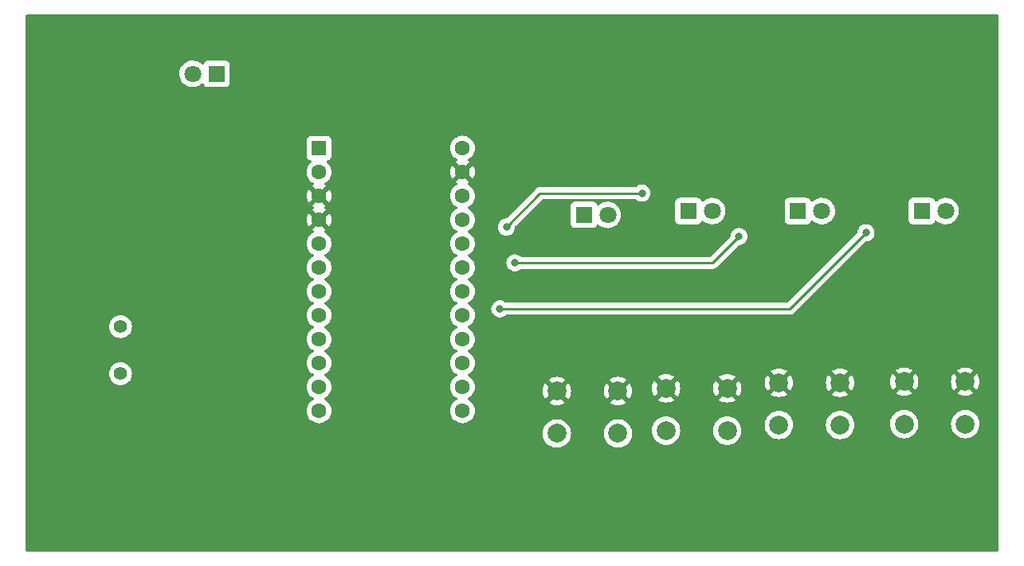
<source format=gbr>
%TF.GenerationSoftware,KiCad,Pcbnew,(6.0.1)*%
%TF.CreationDate,2023-09-06T20:42:38-07:00*%
%TF.ProjectId,Simon Says,53696d6f-6e20-4536-9179-732e6b696361,rev?*%
%TF.SameCoordinates,Original*%
%TF.FileFunction,Copper,L2,Bot*%
%TF.FilePolarity,Positive*%
%FSLAX46Y46*%
G04 Gerber Fmt 4.6, Leading zero omitted, Abs format (unit mm)*
G04 Created by KiCad (PCBNEW (6.0.1)) date 2023-09-06 20:42:38*
%MOMM*%
%LPD*%
G01*
G04 APERTURE LIST*
%TA.AperFunction,ComponentPad*%
%ADD10C,1.398000*%
%TD*%
%TA.AperFunction,ComponentPad*%
%ADD11C,2.000000*%
%TD*%
%TA.AperFunction,ComponentPad*%
%ADD12R,1.800000X1.800000*%
%TD*%
%TA.AperFunction,ComponentPad*%
%ADD13C,1.800000*%
%TD*%
%TA.AperFunction,ComponentPad*%
%ADD14R,1.600000X1.600000*%
%TD*%
%TA.AperFunction,ComponentPad*%
%ADD15C,1.600000*%
%TD*%
%TA.AperFunction,ViaPad*%
%ADD16C,0.800000*%
%TD*%
%TA.AperFunction,Conductor*%
%ADD17C,0.250000*%
%TD*%
G04 APERTURE END LIST*
D10*
%TO.P,LS1,1,1*%
%TO.N,Net-(LS1-Pad1)*%
X61800000Y-89400000D03*
%TO.P,LS1,2,2*%
%TO.N,Net-(LS1-Pad2)*%
X61800000Y-84400000D03*
%TD*%
D11*
%TO.P,SW3,1,1*%
%TO.N,GND*%
X131750000Y-90350000D03*
X138250000Y-90350000D03*
%TO.P,SW3,2,2*%
%TO.N,/SW3*%
X138250000Y-94850000D03*
X131750000Y-94850000D03*
%TD*%
D12*
%TO.P,D2,1,K*%
%TO.N,Net-(D2-Pad1)*%
X122125000Y-72100000D03*
D13*
%TO.P,D2,2,A*%
%TO.N,/SW2*%
X124665000Y-72100000D03*
%TD*%
D12*
%TO.P,D3,1,K*%
%TO.N,Net-(D3-Pad1)*%
X133760000Y-72100000D03*
D13*
%TO.P,D3,2,A*%
%TO.N,/SW3*%
X136300000Y-72100000D03*
%TD*%
D14*
%TO.P,U1,1,TX*%
%TO.N,unconnected-(U1-Pad1)*%
X82880000Y-65400000D03*
D15*
%TO.P,U1,2,RX*%
%TO.N,unconnected-(U1-Pad2)*%
X82880000Y-67940000D03*
%TO.P,U1,3,GND*%
%TO.N,GND*%
X82880000Y-70480000D03*
%TO.P,U1,4,GND*%
X82880000Y-73020000D03*
%TO.P,U1,5,SDA*%
%TO.N,unconnected-(U1-Pad5)*%
X82880000Y-75560000D03*
%TO.P,U1,6,SCL*%
%TO.N,unconnected-(U1-Pad6)*%
X82880000Y-78100000D03*
%TO.P,U1,7,D4*%
%TO.N,unconnected-(U1-Pad7)*%
X82880000Y-80640000D03*
%TO.P,U1,8,C6*%
%TO.N,unconnected-(U1-Pad8)*%
X82880000Y-83180000D03*
%TO.P,U1,9,D7*%
%TO.N,unconnected-(U1-Pad9)*%
X82880000Y-85720000D03*
%TO.P,U1,10,E6*%
%TO.N,unconnected-(U1-Pad10)*%
X82880000Y-88260000D03*
%TO.P,U1,11,B4*%
%TO.N,Net-(LS1-Pad2)*%
X82880000Y-90800000D03*
%TO.P,U1,12,B5*%
%TO.N,Net-(LS1-Pad1)*%
X82880000Y-93340000D03*
%TO.P,U1,13,B6*%
%TO.N,/SW4*%
X98120000Y-93340000D03*
%TO.P,U1,14,B2*%
%TO.N,/SW3*%
X98120000Y-90800000D03*
%TO.P,U1,15,B3*%
%TO.N,/SW2*%
X98120000Y-88260000D03*
%TO.P,U1,16,B1*%
%TO.N,/SW1*%
X98120000Y-85720000D03*
%TO.P,U1,17,F7*%
%TO.N,/Y*%
X98120000Y-83180000D03*
%TO.P,U1,18,F6*%
%TO.N,/B*%
X98120000Y-80640000D03*
%TO.P,U1,19,F5*%
%TO.N,/G*%
X98120000Y-78100000D03*
%TO.P,U1,20,F4*%
%TO.N,/R*%
X98120000Y-75560000D03*
%TO.P,U1,21,VCC*%
%TO.N,VCC*%
X98120000Y-73020000D03*
%TO.P,U1,22,RST*%
%TO.N,unconnected-(U1-Pad22)*%
X98120000Y-70480000D03*
%TO.P,U1,23,GND*%
%TO.N,GND*%
X98120000Y-67940000D03*
%TO.P,U1,24,RAW*%
%TO.N,unconnected-(U1-Pad24)*%
X98120000Y-65400000D03*
%TD*%
D12*
%TO.P,D1,1,K*%
%TO.N,Net-(D1-Pad1)*%
X111025000Y-72500000D03*
D13*
%TO.P,D1,2,A*%
%TO.N,/SW1*%
X113565000Y-72500000D03*
%TD*%
D12*
%TO.P,D5,1,K*%
%TO.N,Net-(D5-Pad1)*%
X72000000Y-57500000D03*
D13*
%TO.P,D5,2,A*%
%TO.N,VCC*%
X69460000Y-57500000D03*
%TD*%
D11*
%TO.P,SW2,1,1*%
%TO.N,GND*%
X126250000Y-90950000D03*
X119750000Y-90950000D03*
%TO.P,SW2,2,2*%
%TO.N,/SW2*%
X126250000Y-95450000D03*
X119750000Y-95450000D03*
%TD*%
D12*
%TO.P,D4,1,K*%
%TO.N,Net-(D4-Pad1)*%
X146925000Y-72100000D03*
D13*
%TO.P,D4,2,A*%
%TO.N,/SW4*%
X149465000Y-72100000D03*
%TD*%
D11*
%TO.P,SW1,1,1*%
%TO.N,GND*%
X108150000Y-91250000D03*
X114650000Y-91250000D03*
%TO.P,SW1,2,2*%
%TO.N,/SW1*%
X108150000Y-95750000D03*
X114650000Y-95750000D03*
%TD*%
%TO.P,SW4,1,1*%
%TO.N,GND*%
X145050000Y-90250000D03*
X151550000Y-90250000D03*
%TO.P,SW4,2,2*%
%TO.N,/SW4*%
X145050000Y-94750000D03*
X151550000Y-94750000D03*
%TD*%
D16*
%TO.N,/G*%
X102800000Y-73800000D03*
X117200000Y-70200000D03*
%TO.N,/B*%
X103700000Y-77600000D03*
X127500000Y-74800000D03*
%TO.N,/Y*%
X141000000Y-74400000D03*
X102100000Y-82500000D03*
%TD*%
D17*
%TO.N,/G*%
X117200000Y-70200000D02*
X106349022Y-70200000D01*
X102800000Y-73749022D02*
X102800000Y-73800000D01*
X106349022Y-70200000D02*
X102800000Y-73749022D01*
%TO.N,/B*%
X127500000Y-74800000D02*
X124700000Y-77600000D01*
X124700000Y-77600000D02*
X103700000Y-77600000D01*
%TO.N,/Y*%
X132900000Y-82500000D02*
X102100000Y-82500000D01*
X141000000Y-74400000D02*
X132900000Y-82500000D01*
%TD*%
%TA.AperFunction,Conductor*%
%TO.N,GND*%
G36*
X155034121Y-51228002D02*
G01*
X155080614Y-51281658D01*
X155092000Y-51334000D01*
X155092000Y-108166000D01*
X155071998Y-108234121D01*
X155018342Y-108280614D01*
X154966000Y-108292000D01*
X51834000Y-108292000D01*
X51765879Y-108271998D01*
X51719386Y-108218342D01*
X51708000Y-108166000D01*
X51708000Y-95750000D01*
X106636835Y-95750000D01*
X106655465Y-95986711D01*
X106656619Y-95991518D01*
X106656620Y-95991524D01*
X106681620Y-96095654D01*
X106710895Y-96217594D01*
X106712788Y-96222165D01*
X106712789Y-96222167D01*
X106740516Y-96289105D01*
X106801760Y-96436963D01*
X106804346Y-96441183D01*
X106923241Y-96635202D01*
X106923245Y-96635208D01*
X106925824Y-96639416D01*
X107080031Y-96819969D01*
X107260584Y-96974176D01*
X107264792Y-96976755D01*
X107264798Y-96976759D01*
X107458817Y-97095654D01*
X107463037Y-97098240D01*
X107467607Y-97100133D01*
X107467611Y-97100135D01*
X107677833Y-97187211D01*
X107682406Y-97189105D01*
X107762609Y-97208360D01*
X107908476Y-97243380D01*
X107908482Y-97243381D01*
X107913289Y-97244535D01*
X108150000Y-97263165D01*
X108386711Y-97244535D01*
X108391518Y-97243381D01*
X108391524Y-97243380D01*
X108537391Y-97208360D01*
X108617594Y-97189105D01*
X108622167Y-97187211D01*
X108832389Y-97100135D01*
X108832393Y-97100133D01*
X108836963Y-97098240D01*
X108841183Y-97095654D01*
X109035202Y-96976759D01*
X109035208Y-96976755D01*
X109039416Y-96974176D01*
X109219969Y-96819969D01*
X109374176Y-96639416D01*
X109376755Y-96635208D01*
X109376759Y-96635202D01*
X109495654Y-96441183D01*
X109498240Y-96436963D01*
X109559485Y-96289105D01*
X109587211Y-96222167D01*
X109587212Y-96222165D01*
X109589105Y-96217594D01*
X109618380Y-96095654D01*
X109643380Y-95991524D01*
X109643381Y-95991518D01*
X109644535Y-95986711D01*
X109663165Y-95750000D01*
X113136835Y-95750000D01*
X113155465Y-95986711D01*
X113156619Y-95991518D01*
X113156620Y-95991524D01*
X113181620Y-96095654D01*
X113210895Y-96217594D01*
X113212788Y-96222165D01*
X113212789Y-96222167D01*
X113240516Y-96289105D01*
X113301760Y-96436963D01*
X113304346Y-96441183D01*
X113423241Y-96635202D01*
X113423245Y-96635208D01*
X113425824Y-96639416D01*
X113580031Y-96819969D01*
X113760584Y-96974176D01*
X113764792Y-96976755D01*
X113764798Y-96976759D01*
X113958817Y-97095654D01*
X113963037Y-97098240D01*
X113967607Y-97100133D01*
X113967611Y-97100135D01*
X114177833Y-97187211D01*
X114182406Y-97189105D01*
X114262609Y-97208360D01*
X114408476Y-97243380D01*
X114408482Y-97243381D01*
X114413289Y-97244535D01*
X114650000Y-97263165D01*
X114886711Y-97244535D01*
X114891518Y-97243381D01*
X114891524Y-97243380D01*
X115037391Y-97208360D01*
X115117594Y-97189105D01*
X115122167Y-97187211D01*
X115332389Y-97100135D01*
X115332393Y-97100133D01*
X115336963Y-97098240D01*
X115341183Y-97095654D01*
X115535202Y-96976759D01*
X115535208Y-96976755D01*
X115539416Y-96974176D01*
X115719969Y-96819969D01*
X115874176Y-96639416D01*
X115876755Y-96635208D01*
X115876759Y-96635202D01*
X115995654Y-96441183D01*
X115998240Y-96436963D01*
X116059485Y-96289105D01*
X116087211Y-96222167D01*
X116087212Y-96222165D01*
X116089105Y-96217594D01*
X116118380Y-96095654D01*
X116143380Y-95991524D01*
X116143381Y-95991518D01*
X116144535Y-95986711D01*
X116163165Y-95750000D01*
X116144535Y-95513289D01*
X116130525Y-95454930D01*
X116129341Y-95450000D01*
X118236835Y-95450000D01*
X118255465Y-95686711D01*
X118256619Y-95691518D01*
X118256620Y-95691524D01*
X118291640Y-95837391D01*
X118310895Y-95917594D01*
X118312788Y-95922165D01*
X118312789Y-95922167D01*
X118385721Y-96098240D01*
X118401760Y-96136963D01*
X118404346Y-96141183D01*
X118523241Y-96335202D01*
X118523245Y-96335208D01*
X118525824Y-96339416D01*
X118680031Y-96519969D01*
X118860584Y-96674176D01*
X118864792Y-96676755D01*
X118864798Y-96676759D01*
X119058817Y-96795654D01*
X119063037Y-96798240D01*
X119067607Y-96800133D01*
X119067611Y-96800135D01*
X119277833Y-96887211D01*
X119282406Y-96889105D01*
X119362609Y-96908360D01*
X119508476Y-96943380D01*
X119508482Y-96943381D01*
X119513289Y-96944535D01*
X119750000Y-96963165D01*
X119986711Y-96944535D01*
X119991518Y-96943381D01*
X119991524Y-96943380D01*
X120137391Y-96908360D01*
X120217594Y-96889105D01*
X120222167Y-96887211D01*
X120432389Y-96800135D01*
X120432393Y-96800133D01*
X120436963Y-96798240D01*
X120441183Y-96795654D01*
X120635202Y-96676759D01*
X120635208Y-96676755D01*
X120639416Y-96674176D01*
X120819969Y-96519969D01*
X120974176Y-96339416D01*
X120976755Y-96335208D01*
X120976759Y-96335202D01*
X121095654Y-96141183D01*
X121098240Y-96136963D01*
X121114280Y-96098240D01*
X121187211Y-95922167D01*
X121187212Y-95922165D01*
X121189105Y-95917594D01*
X121208360Y-95837391D01*
X121243380Y-95691524D01*
X121243381Y-95691518D01*
X121244535Y-95686711D01*
X121263165Y-95450000D01*
X124736835Y-95450000D01*
X124755465Y-95686711D01*
X124756619Y-95691518D01*
X124756620Y-95691524D01*
X124791640Y-95837391D01*
X124810895Y-95917594D01*
X124812788Y-95922165D01*
X124812789Y-95922167D01*
X124885721Y-96098240D01*
X124901760Y-96136963D01*
X124904346Y-96141183D01*
X125023241Y-96335202D01*
X125023245Y-96335208D01*
X125025824Y-96339416D01*
X125180031Y-96519969D01*
X125360584Y-96674176D01*
X125364792Y-96676755D01*
X125364798Y-96676759D01*
X125558817Y-96795654D01*
X125563037Y-96798240D01*
X125567607Y-96800133D01*
X125567611Y-96800135D01*
X125777833Y-96887211D01*
X125782406Y-96889105D01*
X125862609Y-96908360D01*
X126008476Y-96943380D01*
X126008482Y-96943381D01*
X126013289Y-96944535D01*
X126250000Y-96963165D01*
X126486711Y-96944535D01*
X126491518Y-96943381D01*
X126491524Y-96943380D01*
X126637391Y-96908360D01*
X126717594Y-96889105D01*
X126722167Y-96887211D01*
X126932389Y-96800135D01*
X126932393Y-96800133D01*
X126936963Y-96798240D01*
X126941183Y-96795654D01*
X127135202Y-96676759D01*
X127135208Y-96676755D01*
X127139416Y-96674176D01*
X127319969Y-96519969D01*
X127474176Y-96339416D01*
X127476755Y-96335208D01*
X127476759Y-96335202D01*
X127595654Y-96141183D01*
X127598240Y-96136963D01*
X127614280Y-96098240D01*
X127687211Y-95922167D01*
X127687212Y-95922165D01*
X127689105Y-95917594D01*
X127708360Y-95837391D01*
X127743380Y-95691524D01*
X127743381Y-95691518D01*
X127744535Y-95686711D01*
X127763165Y-95450000D01*
X127744535Y-95213289D01*
X127689105Y-94982406D01*
X127634261Y-94850000D01*
X130236835Y-94850000D01*
X130255465Y-95086711D01*
X130310895Y-95317594D01*
X130312788Y-95322165D01*
X130312789Y-95322167D01*
X130393998Y-95518223D01*
X130401760Y-95536963D01*
X130404346Y-95541183D01*
X130523241Y-95735202D01*
X130523245Y-95735208D01*
X130525824Y-95739416D01*
X130680031Y-95919969D01*
X130860584Y-96074176D01*
X130864792Y-96076755D01*
X130864798Y-96076759D01*
X131045039Y-96187211D01*
X131063037Y-96198240D01*
X131067607Y-96200133D01*
X131067611Y-96200135D01*
X131277833Y-96287211D01*
X131282406Y-96289105D01*
X131362609Y-96308360D01*
X131508476Y-96343380D01*
X131508482Y-96343381D01*
X131513289Y-96344535D01*
X131750000Y-96363165D01*
X131986711Y-96344535D01*
X131991518Y-96343381D01*
X131991524Y-96343380D01*
X132137391Y-96308360D01*
X132217594Y-96289105D01*
X132222167Y-96287211D01*
X132432389Y-96200135D01*
X132432393Y-96200133D01*
X132436963Y-96198240D01*
X132454961Y-96187211D01*
X132635202Y-96076759D01*
X132635208Y-96076755D01*
X132639416Y-96074176D01*
X132819969Y-95919969D01*
X132974176Y-95739416D01*
X132976755Y-95735208D01*
X132976759Y-95735202D01*
X133095654Y-95541183D01*
X133098240Y-95536963D01*
X133106003Y-95518223D01*
X133187211Y-95322167D01*
X133187212Y-95322165D01*
X133189105Y-95317594D01*
X133244535Y-95086711D01*
X133263165Y-94850000D01*
X136736835Y-94850000D01*
X136755465Y-95086711D01*
X136810895Y-95317594D01*
X136812788Y-95322165D01*
X136812789Y-95322167D01*
X136893998Y-95518223D01*
X136901760Y-95536963D01*
X136904346Y-95541183D01*
X137023241Y-95735202D01*
X137023245Y-95735208D01*
X137025824Y-95739416D01*
X137180031Y-95919969D01*
X137360584Y-96074176D01*
X137364792Y-96076755D01*
X137364798Y-96076759D01*
X137545039Y-96187211D01*
X137563037Y-96198240D01*
X137567607Y-96200133D01*
X137567611Y-96200135D01*
X137777833Y-96287211D01*
X137782406Y-96289105D01*
X137862609Y-96308360D01*
X138008476Y-96343380D01*
X138008482Y-96343381D01*
X138013289Y-96344535D01*
X138250000Y-96363165D01*
X138486711Y-96344535D01*
X138491518Y-96343381D01*
X138491524Y-96343380D01*
X138637391Y-96308360D01*
X138717594Y-96289105D01*
X138722167Y-96287211D01*
X138932389Y-96200135D01*
X138932393Y-96200133D01*
X138936963Y-96198240D01*
X138954961Y-96187211D01*
X139135202Y-96076759D01*
X139135208Y-96076755D01*
X139139416Y-96074176D01*
X139319969Y-95919969D01*
X139474176Y-95739416D01*
X139476755Y-95735208D01*
X139476759Y-95735202D01*
X139595654Y-95541183D01*
X139598240Y-95536963D01*
X139606003Y-95518223D01*
X139687211Y-95322167D01*
X139687212Y-95322165D01*
X139689105Y-95317594D01*
X139744535Y-95086711D01*
X139763165Y-94850000D01*
X139755295Y-94750000D01*
X143536835Y-94750000D01*
X143555465Y-94986711D01*
X143610895Y-95217594D01*
X143612788Y-95222165D01*
X143612789Y-95222167D01*
X143635847Y-95277833D01*
X143701760Y-95436963D01*
X143704346Y-95441183D01*
X143823241Y-95635202D01*
X143823245Y-95635208D01*
X143825824Y-95639416D01*
X143980031Y-95819969D01*
X144160584Y-95974176D01*
X144164792Y-95976755D01*
X144164798Y-95976759D01*
X144318528Y-96070965D01*
X144363037Y-96098240D01*
X144367607Y-96100133D01*
X144367611Y-96100135D01*
X144466711Y-96141183D01*
X144582406Y-96189105D01*
X144662609Y-96208360D01*
X144808476Y-96243380D01*
X144808482Y-96243381D01*
X144813289Y-96244535D01*
X145050000Y-96263165D01*
X145286711Y-96244535D01*
X145291518Y-96243381D01*
X145291524Y-96243380D01*
X145437391Y-96208360D01*
X145517594Y-96189105D01*
X145633289Y-96141183D01*
X145732389Y-96100135D01*
X145732393Y-96100133D01*
X145736963Y-96098240D01*
X145781472Y-96070965D01*
X145935202Y-95976759D01*
X145935208Y-95976755D01*
X145939416Y-95974176D01*
X146119969Y-95819969D01*
X146274176Y-95639416D01*
X146276755Y-95635208D01*
X146276759Y-95635202D01*
X146395654Y-95441183D01*
X146398240Y-95436963D01*
X146464154Y-95277833D01*
X146487211Y-95222167D01*
X146487212Y-95222165D01*
X146489105Y-95217594D01*
X146544535Y-94986711D01*
X146563165Y-94750000D01*
X150036835Y-94750000D01*
X150055465Y-94986711D01*
X150110895Y-95217594D01*
X150112788Y-95222165D01*
X150112789Y-95222167D01*
X150135847Y-95277833D01*
X150201760Y-95436963D01*
X150204346Y-95441183D01*
X150323241Y-95635202D01*
X150323245Y-95635208D01*
X150325824Y-95639416D01*
X150480031Y-95819969D01*
X150660584Y-95974176D01*
X150664792Y-95976755D01*
X150664798Y-95976759D01*
X150818528Y-96070965D01*
X150863037Y-96098240D01*
X150867607Y-96100133D01*
X150867611Y-96100135D01*
X150966711Y-96141183D01*
X151082406Y-96189105D01*
X151162609Y-96208360D01*
X151308476Y-96243380D01*
X151308482Y-96243381D01*
X151313289Y-96244535D01*
X151550000Y-96263165D01*
X151786711Y-96244535D01*
X151791518Y-96243381D01*
X151791524Y-96243380D01*
X151937391Y-96208360D01*
X152017594Y-96189105D01*
X152133289Y-96141183D01*
X152232389Y-96100135D01*
X152232393Y-96100133D01*
X152236963Y-96098240D01*
X152281472Y-96070965D01*
X152435202Y-95976759D01*
X152435208Y-95976755D01*
X152439416Y-95974176D01*
X152619969Y-95819969D01*
X152774176Y-95639416D01*
X152776755Y-95635208D01*
X152776759Y-95635202D01*
X152895654Y-95441183D01*
X152898240Y-95436963D01*
X152964154Y-95277833D01*
X152987211Y-95222167D01*
X152987212Y-95222165D01*
X152989105Y-95217594D01*
X153044535Y-94986711D01*
X153063165Y-94750000D01*
X153044535Y-94513289D01*
X153035949Y-94477523D01*
X152996399Y-94312789D01*
X152989105Y-94282406D01*
X152950083Y-94188197D01*
X152900135Y-94067611D01*
X152900133Y-94067607D01*
X152898240Y-94063037D01*
X152866287Y-94010895D01*
X152776759Y-93864798D01*
X152776755Y-93864792D01*
X152774176Y-93860584D01*
X152619969Y-93680031D01*
X152439416Y-93525824D01*
X152435208Y-93523245D01*
X152435202Y-93523241D01*
X152241183Y-93404346D01*
X152236963Y-93401760D01*
X152232393Y-93399867D01*
X152232389Y-93399865D01*
X152022167Y-93312789D01*
X152022165Y-93312788D01*
X152017594Y-93310895D01*
X151937391Y-93291640D01*
X151791524Y-93256620D01*
X151791518Y-93256619D01*
X151786711Y-93255465D01*
X151550000Y-93236835D01*
X151313289Y-93255465D01*
X151308482Y-93256619D01*
X151308476Y-93256620D01*
X151162609Y-93291640D01*
X151082406Y-93310895D01*
X151077835Y-93312788D01*
X151077833Y-93312789D01*
X150867611Y-93399865D01*
X150867607Y-93399867D01*
X150863037Y-93401760D01*
X150858817Y-93404346D01*
X150664798Y-93523241D01*
X150664792Y-93523245D01*
X150660584Y-93525824D01*
X150480031Y-93680031D01*
X150325824Y-93860584D01*
X150323245Y-93864792D01*
X150323241Y-93864798D01*
X150233713Y-94010895D01*
X150201760Y-94063037D01*
X150199867Y-94067607D01*
X150199865Y-94067611D01*
X150149917Y-94188197D01*
X150110895Y-94282406D01*
X150103601Y-94312789D01*
X150064052Y-94477523D01*
X150055465Y-94513289D01*
X150036835Y-94750000D01*
X146563165Y-94750000D01*
X146544535Y-94513289D01*
X146535949Y-94477523D01*
X146496399Y-94312789D01*
X146489105Y-94282406D01*
X146450083Y-94188197D01*
X146400135Y-94067611D01*
X146400133Y-94067607D01*
X146398240Y-94063037D01*
X146366287Y-94010895D01*
X146276759Y-93864798D01*
X146276755Y-93864792D01*
X146274176Y-93860584D01*
X146119969Y-93680031D01*
X145939416Y-93525824D01*
X145935208Y-93523245D01*
X145935202Y-93523241D01*
X145741183Y-93404346D01*
X145736963Y-93401760D01*
X145732393Y-93399867D01*
X145732389Y-93399865D01*
X145522167Y-93312789D01*
X145522165Y-93312788D01*
X145517594Y-93310895D01*
X145437391Y-93291640D01*
X145291524Y-93256620D01*
X145291518Y-93256619D01*
X145286711Y-93255465D01*
X145050000Y-93236835D01*
X144813289Y-93255465D01*
X144808482Y-93256619D01*
X144808476Y-93256620D01*
X144662609Y-93291640D01*
X144582406Y-93310895D01*
X144577835Y-93312788D01*
X144577833Y-93312789D01*
X144367611Y-93399865D01*
X144367607Y-93399867D01*
X144363037Y-93401760D01*
X144358817Y-93404346D01*
X144164798Y-93523241D01*
X144164792Y-93523245D01*
X144160584Y-93525824D01*
X143980031Y-93680031D01*
X143825824Y-93860584D01*
X143823245Y-93864792D01*
X143823241Y-93864798D01*
X143733713Y-94010895D01*
X143701760Y-94063037D01*
X143699867Y-94067607D01*
X143699865Y-94067611D01*
X143649917Y-94188197D01*
X143610895Y-94282406D01*
X143603601Y-94312789D01*
X143564052Y-94477523D01*
X143555465Y-94513289D01*
X143536835Y-94750000D01*
X139755295Y-94750000D01*
X139744535Y-94613289D01*
X139735513Y-94575707D01*
X139693751Y-94401760D01*
X139689105Y-94382406D01*
X139687211Y-94377833D01*
X139600135Y-94167611D01*
X139600133Y-94167607D01*
X139598240Y-94163037D01*
X139534374Y-94058817D01*
X139476759Y-93964798D01*
X139476755Y-93964792D01*
X139474176Y-93960584D01*
X139319969Y-93780031D01*
X139139416Y-93625824D01*
X139135208Y-93623245D01*
X139135202Y-93623241D01*
X138941183Y-93504346D01*
X138936963Y-93501760D01*
X138932393Y-93499867D01*
X138932389Y-93499865D01*
X138722167Y-93412789D01*
X138722165Y-93412788D01*
X138717594Y-93410895D01*
X138637391Y-93391640D01*
X138491524Y-93356620D01*
X138491518Y-93356619D01*
X138486711Y-93355465D01*
X138250000Y-93336835D01*
X138013289Y-93355465D01*
X138008482Y-93356619D01*
X138008476Y-93356620D01*
X137862609Y-93391640D01*
X137782406Y-93410895D01*
X137777835Y-93412788D01*
X137777833Y-93412789D01*
X137567611Y-93499865D01*
X137567607Y-93499867D01*
X137563037Y-93501760D01*
X137558817Y-93504346D01*
X137364798Y-93623241D01*
X137364792Y-93623245D01*
X137360584Y-93625824D01*
X137180031Y-93780031D01*
X137025824Y-93960584D01*
X137023245Y-93964792D01*
X137023241Y-93964798D01*
X136965626Y-94058817D01*
X136901760Y-94163037D01*
X136899867Y-94167607D01*
X136899865Y-94167611D01*
X136812789Y-94377833D01*
X136810895Y-94382406D01*
X136806249Y-94401760D01*
X136764488Y-94575707D01*
X136755465Y-94613289D01*
X136736835Y-94850000D01*
X133263165Y-94850000D01*
X133244535Y-94613289D01*
X133235513Y-94575707D01*
X133193751Y-94401760D01*
X133189105Y-94382406D01*
X133187211Y-94377833D01*
X133100135Y-94167611D01*
X133100133Y-94167607D01*
X133098240Y-94163037D01*
X133034374Y-94058817D01*
X132976759Y-93964798D01*
X132976755Y-93964792D01*
X132974176Y-93960584D01*
X132819969Y-93780031D01*
X132639416Y-93625824D01*
X132635208Y-93623245D01*
X132635202Y-93623241D01*
X132441183Y-93504346D01*
X132436963Y-93501760D01*
X132432393Y-93499867D01*
X132432389Y-93499865D01*
X132222167Y-93412789D01*
X132222165Y-93412788D01*
X132217594Y-93410895D01*
X132137391Y-93391640D01*
X131991524Y-93356620D01*
X131991518Y-93356619D01*
X131986711Y-93355465D01*
X131750000Y-93336835D01*
X131513289Y-93355465D01*
X131508482Y-93356619D01*
X131508476Y-93356620D01*
X131362609Y-93391640D01*
X131282406Y-93410895D01*
X131277835Y-93412788D01*
X131277833Y-93412789D01*
X131067611Y-93499865D01*
X131067607Y-93499867D01*
X131063037Y-93501760D01*
X131058817Y-93504346D01*
X130864798Y-93623241D01*
X130864792Y-93623245D01*
X130860584Y-93625824D01*
X130680031Y-93780031D01*
X130525824Y-93960584D01*
X130523245Y-93964792D01*
X130523241Y-93964798D01*
X130465626Y-94058817D01*
X130401760Y-94163037D01*
X130399867Y-94167607D01*
X130399865Y-94167611D01*
X130312789Y-94377833D01*
X130310895Y-94382406D01*
X130306249Y-94401760D01*
X130264488Y-94575707D01*
X130255465Y-94613289D01*
X130236835Y-94850000D01*
X127634261Y-94850000D01*
X127598240Y-94763037D01*
X127587230Y-94745070D01*
X127476759Y-94564798D01*
X127476755Y-94564792D01*
X127474176Y-94560584D01*
X127319969Y-94380031D01*
X127139416Y-94225824D01*
X127135208Y-94223245D01*
X127135202Y-94223241D01*
X126941183Y-94104346D01*
X126936963Y-94101760D01*
X126932393Y-94099867D01*
X126932389Y-94099865D01*
X126722167Y-94012789D01*
X126722165Y-94012788D01*
X126717594Y-94010895D01*
X126637391Y-93991640D01*
X126491524Y-93956620D01*
X126491518Y-93956619D01*
X126486711Y-93955465D01*
X126250000Y-93936835D01*
X126013289Y-93955465D01*
X126008482Y-93956619D01*
X126008476Y-93956620D01*
X125862609Y-93991640D01*
X125782406Y-94010895D01*
X125777835Y-94012788D01*
X125777833Y-94012789D01*
X125567611Y-94099865D01*
X125567607Y-94099867D01*
X125563037Y-94101760D01*
X125558817Y-94104346D01*
X125364798Y-94223241D01*
X125364792Y-94223245D01*
X125360584Y-94225824D01*
X125180031Y-94380031D01*
X125025824Y-94560584D01*
X125023245Y-94564792D01*
X125023241Y-94564798D01*
X124912770Y-94745070D01*
X124901760Y-94763037D01*
X124810895Y-94982406D01*
X124755465Y-95213289D01*
X124736835Y-95450000D01*
X121263165Y-95450000D01*
X121244535Y-95213289D01*
X121189105Y-94982406D01*
X121098240Y-94763037D01*
X121087230Y-94745070D01*
X120976759Y-94564798D01*
X120976755Y-94564792D01*
X120974176Y-94560584D01*
X120819969Y-94380031D01*
X120639416Y-94225824D01*
X120635208Y-94223245D01*
X120635202Y-94223241D01*
X120441183Y-94104346D01*
X120436963Y-94101760D01*
X120432393Y-94099867D01*
X120432389Y-94099865D01*
X120222167Y-94012789D01*
X120222165Y-94012788D01*
X120217594Y-94010895D01*
X120137391Y-93991640D01*
X119991524Y-93956620D01*
X119991518Y-93956619D01*
X119986711Y-93955465D01*
X119750000Y-93936835D01*
X119513289Y-93955465D01*
X119508482Y-93956619D01*
X119508476Y-93956620D01*
X119362609Y-93991640D01*
X119282406Y-94010895D01*
X119277835Y-94012788D01*
X119277833Y-94012789D01*
X119067611Y-94099865D01*
X119067607Y-94099867D01*
X119063037Y-94101760D01*
X119058817Y-94104346D01*
X118864798Y-94223241D01*
X118864792Y-94223245D01*
X118860584Y-94225824D01*
X118680031Y-94380031D01*
X118525824Y-94560584D01*
X118523245Y-94564792D01*
X118523241Y-94564798D01*
X118412770Y-94745070D01*
X118401760Y-94763037D01*
X118310895Y-94982406D01*
X118255465Y-95213289D01*
X118236835Y-95450000D01*
X116129341Y-95450000D01*
X116097553Y-95317594D01*
X116089105Y-95282406D01*
X116087211Y-95277833D01*
X116000135Y-95067611D01*
X116000133Y-95067607D01*
X115998240Y-95063037D01*
X115946027Y-94977833D01*
X115876759Y-94864798D01*
X115876755Y-94864792D01*
X115874176Y-94860584D01*
X115719969Y-94680031D01*
X115539416Y-94525824D01*
X115535208Y-94523245D01*
X115535202Y-94523241D01*
X115341183Y-94404346D01*
X115336963Y-94401760D01*
X115332393Y-94399867D01*
X115332389Y-94399865D01*
X115122167Y-94312789D01*
X115122165Y-94312788D01*
X115117594Y-94310895D01*
X114979881Y-94277833D01*
X114891524Y-94256620D01*
X114891518Y-94256619D01*
X114886711Y-94255465D01*
X114650000Y-94236835D01*
X114413289Y-94255465D01*
X114408482Y-94256619D01*
X114408476Y-94256620D01*
X114320119Y-94277833D01*
X114182406Y-94310895D01*
X114177835Y-94312788D01*
X114177833Y-94312789D01*
X113967611Y-94399865D01*
X113967607Y-94399867D01*
X113963037Y-94401760D01*
X113958817Y-94404346D01*
X113764798Y-94523241D01*
X113764792Y-94523245D01*
X113760584Y-94525824D01*
X113580031Y-94680031D01*
X113425824Y-94860584D01*
X113423245Y-94864792D01*
X113423241Y-94864798D01*
X113353973Y-94977833D01*
X113301760Y-95063037D01*
X113299867Y-95067607D01*
X113299865Y-95067611D01*
X113212789Y-95277833D01*
X113210895Y-95282406D01*
X113202447Y-95317594D01*
X113169476Y-95454930D01*
X113155465Y-95513289D01*
X113136835Y-95750000D01*
X109663165Y-95750000D01*
X109644535Y-95513289D01*
X109630525Y-95454930D01*
X109597553Y-95317594D01*
X109589105Y-95282406D01*
X109587211Y-95277833D01*
X109500135Y-95067611D01*
X109500133Y-95067607D01*
X109498240Y-95063037D01*
X109446027Y-94977833D01*
X109376759Y-94864798D01*
X109376755Y-94864792D01*
X109374176Y-94860584D01*
X109219969Y-94680031D01*
X109039416Y-94525824D01*
X109035208Y-94523245D01*
X109035202Y-94523241D01*
X108841183Y-94404346D01*
X108836963Y-94401760D01*
X108832393Y-94399867D01*
X108832389Y-94399865D01*
X108622167Y-94312789D01*
X108622165Y-94312788D01*
X108617594Y-94310895D01*
X108479881Y-94277833D01*
X108391524Y-94256620D01*
X108391518Y-94256619D01*
X108386711Y-94255465D01*
X108150000Y-94236835D01*
X107913289Y-94255465D01*
X107908482Y-94256619D01*
X107908476Y-94256620D01*
X107820119Y-94277833D01*
X107682406Y-94310895D01*
X107677835Y-94312788D01*
X107677833Y-94312789D01*
X107467611Y-94399865D01*
X107467607Y-94399867D01*
X107463037Y-94401760D01*
X107458817Y-94404346D01*
X107264798Y-94523241D01*
X107264792Y-94523245D01*
X107260584Y-94525824D01*
X107080031Y-94680031D01*
X106925824Y-94860584D01*
X106923245Y-94864792D01*
X106923241Y-94864798D01*
X106853973Y-94977833D01*
X106801760Y-95063037D01*
X106799867Y-95067607D01*
X106799865Y-95067611D01*
X106712789Y-95277833D01*
X106710895Y-95282406D01*
X106702447Y-95317594D01*
X106669476Y-95454930D01*
X106655465Y-95513289D01*
X106636835Y-95750000D01*
X51708000Y-95750000D01*
X51708000Y-93340000D01*
X81566502Y-93340000D01*
X81586457Y-93568087D01*
X81587881Y-93573400D01*
X81587881Y-93573402D01*
X81643248Y-93780031D01*
X81645716Y-93789243D01*
X81648039Y-93794224D01*
X81648039Y-93794225D01*
X81740151Y-93991762D01*
X81740154Y-93991767D01*
X81742477Y-93996749D01*
X81792095Y-94067611D01*
X81855959Y-94158817D01*
X81873802Y-94184300D01*
X82035700Y-94346198D01*
X82040208Y-94349355D01*
X82040211Y-94349357D01*
X82094282Y-94387218D01*
X82223251Y-94477523D01*
X82228233Y-94479846D01*
X82228238Y-94479849D01*
X82401377Y-94560584D01*
X82430757Y-94574284D01*
X82436065Y-94575706D01*
X82436067Y-94575707D01*
X82646598Y-94632119D01*
X82646600Y-94632119D01*
X82651913Y-94633543D01*
X82880000Y-94653498D01*
X83108087Y-94633543D01*
X83113400Y-94632119D01*
X83113402Y-94632119D01*
X83323933Y-94575707D01*
X83323935Y-94575706D01*
X83329243Y-94574284D01*
X83358623Y-94560584D01*
X83531762Y-94479849D01*
X83531767Y-94479846D01*
X83536749Y-94477523D01*
X83665718Y-94387218D01*
X83719789Y-94349357D01*
X83719792Y-94349355D01*
X83724300Y-94346198D01*
X83886198Y-94184300D01*
X83904042Y-94158817D01*
X83967905Y-94067611D01*
X84017523Y-93996749D01*
X84019846Y-93991767D01*
X84019849Y-93991762D01*
X84111961Y-93794225D01*
X84111961Y-93794224D01*
X84114284Y-93789243D01*
X84116753Y-93780031D01*
X84172119Y-93573402D01*
X84172119Y-93573400D01*
X84173543Y-93568087D01*
X84193498Y-93340000D01*
X96806502Y-93340000D01*
X96826457Y-93568087D01*
X96827881Y-93573400D01*
X96827881Y-93573402D01*
X96883248Y-93780031D01*
X96885716Y-93789243D01*
X96888039Y-93794224D01*
X96888039Y-93794225D01*
X96980151Y-93991762D01*
X96980154Y-93991767D01*
X96982477Y-93996749D01*
X97032095Y-94067611D01*
X97095959Y-94158817D01*
X97113802Y-94184300D01*
X97275700Y-94346198D01*
X97280208Y-94349355D01*
X97280211Y-94349357D01*
X97334282Y-94387218D01*
X97463251Y-94477523D01*
X97468233Y-94479846D01*
X97468238Y-94479849D01*
X97641377Y-94560584D01*
X97670757Y-94574284D01*
X97676065Y-94575706D01*
X97676067Y-94575707D01*
X97886598Y-94632119D01*
X97886600Y-94632119D01*
X97891913Y-94633543D01*
X98120000Y-94653498D01*
X98348087Y-94633543D01*
X98353400Y-94632119D01*
X98353402Y-94632119D01*
X98563933Y-94575707D01*
X98563935Y-94575706D01*
X98569243Y-94574284D01*
X98598623Y-94560584D01*
X98771762Y-94479849D01*
X98771767Y-94479846D01*
X98776749Y-94477523D01*
X98905718Y-94387218D01*
X98959789Y-94349357D01*
X98959792Y-94349355D01*
X98964300Y-94346198D01*
X99126198Y-94184300D01*
X99144042Y-94158817D01*
X99207905Y-94067611D01*
X99257523Y-93996749D01*
X99259846Y-93991767D01*
X99259849Y-93991762D01*
X99351961Y-93794225D01*
X99351961Y-93794224D01*
X99354284Y-93789243D01*
X99356753Y-93780031D01*
X99412119Y-93573402D01*
X99412119Y-93573400D01*
X99413543Y-93568087D01*
X99433498Y-93340000D01*
X99413543Y-93111913D01*
X99354284Y-92890757D01*
X99351961Y-92885775D01*
X99259849Y-92688238D01*
X99259846Y-92688233D01*
X99257523Y-92683251D01*
X99126198Y-92495700D01*
X99113168Y-92482670D01*
X107282160Y-92482670D01*
X107287887Y-92490320D01*
X107459042Y-92595205D01*
X107467837Y-92599687D01*
X107677988Y-92686734D01*
X107687373Y-92689783D01*
X107908554Y-92742885D01*
X107918301Y-92744428D01*
X108145070Y-92762275D01*
X108154930Y-92762275D01*
X108381699Y-92744428D01*
X108391446Y-92742885D01*
X108612627Y-92689783D01*
X108622012Y-92686734D01*
X108832163Y-92599687D01*
X108840958Y-92595205D01*
X109008445Y-92492568D01*
X109017400Y-92482670D01*
X113782160Y-92482670D01*
X113787887Y-92490320D01*
X113959042Y-92595205D01*
X113967837Y-92599687D01*
X114177988Y-92686734D01*
X114187373Y-92689783D01*
X114408554Y-92742885D01*
X114418301Y-92744428D01*
X114645070Y-92762275D01*
X114654930Y-92762275D01*
X114881699Y-92744428D01*
X114891446Y-92742885D01*
X115112627Y-92689783D01*
X115122012Y-92686734D01*
X115332163Y-92599687D01*
X115340958Y-92595205D01*
X115508445Y-92492568D01*
X115517907Y-92482110D01*
X115514124Y-92473334D01*
X115223460Y-92182670D01*
X118882160Y-92182670D01*
X118887887Y-92190320D01*
X119059042Y-92295205D01*
X119067837Y-92299687D01*
X119277988Y-92386734D01*
X119287373Y-92389783D01*
X119508554Y-92442885D01*
X119518301Y-92444428D01*
X119745070Y-92462275D01*
X119754930Y-92462275D01*
X119981699Y-92444428D01*
X119991446Y-92442885D01*
X120212627Y-92389783D01*
X120222012Y-92386734D01*
X120432163Y-92299687D01*
X120440958Y-92295205D01*
X120608445Y-92192568D01*
X120617400Y-92182670D01*
X125382160Y-92182670D01*
X125387887Y-92190320D01*
X125559042Y-92295205D01*
X125567837Y-92299687D01*
X125777988Y-92386734D01*
X125787373Y-92389783D01*
X126008554Y-92442885D01*
X126018301Y-92444428D01*
X126245070Y-92462275D01*
X126254930Y-92462275D01*
X126481699Y-92444428D01*
X126491446Y-92442885D01*
X126712627Y-92389783D01*
X126722012Y-92386734D01*
X126932163Y-92299687D01*
X126940958Y-92295205D01*
X127108445Y-92192568D01*
X127117907Y-92182110D01*
X127114124Y-92173334D01*
X126262812Y-91322022D01*
X126248868Y-91314408D01*
X126247035Y-91314539D01*
X126240420Y-91318790D01*
X125388920Y-92170290D01*
X125382160Y-92182670D01*
X120617400Y-92182670D01*
X120617907Y-92182110D01*
X120614124Y-92173334D01*
X119762812Y-91322022D01*
X119748868Y-91314408D01*
X119747035Y-91314539D01*
X119740420Y-91318790D01*
X118888920Y-92170290D01*
X118882160Y-92182670D01*
X115223460Y-92182670D01*
X114662812Y-91622022D01*
X114648868Y-91614408D01*
X114647035Y-91614539D01*
X114640420Y-91618790D01*
X113788920Y-92470290D01*
X113782160Y-92482670D01*
X109017400Y-92482670D01*
X109017907Y-92482110D01*
X109014124Y-92473334D01*
X108162812Y-91622022D01*
X108148868Y-91614408D01*
X108147035Y-91614539D01*
X108140420Y-91618790D01*
X107288920Y-92470290D01*
X107282160Y-92482670D01*
X99113168Y-92482670D01*
X98964300Y-92333802D01*
X98959792Y-92330645D01*
X98959789Y-92330643D01*
X98881611Y-92275902D01*
X98776749Y-92202477D01*
X98771767Y-92200154D01*
X98771762Y-92200151D01*
X98737543Y-92184195D01*
X98684258Y-92137278D01*
X98664797Y-92069001D01*
X98685339Y-92001041D01*
X98737543Y-91955805D01*
X98771762Y-91939849D01*
X98771767Y-91939846D01*
X98776749Y-91937523D01*
X98957328Y-91811080D01*
X98959789Y-91809357D01*
X98959792Y-91809355D01*
X98964300Y-91806198D01*
X99126198Y-91644300D01*
X99134697Y-91632163D01*
X99239765Y-91482110D01*
X99257523Y-91456749D01*
X99259846Y-91451767D01*
X99259849Y-91451762D01*
X99351632Y-91254930D01*
X106637725Y-91254930D01*
X106655572Y-91481699D01*
X106657115Y-91491446D01*
X106710217Y-91712627D01*
X106713266Y-91722012D01*
X106800313Y-91932163D01*
X106804795Y-91940958D01*
X106907432Y-92108445D01*
X106917890Y-92117907D01*
X106926666Y-92114124D01*
X107777978Y-91262812D01*
X107784356Y-91251132D01*
X108514408Y-91251132D01*
X108514539Y-91252965D01*
X108518790Y-91259580D01*
X109370290Y-92111080D01*
X109382670Y-92117840D01*
X109390320Y-92112113D01*
X109495205Y-91940958D01*
X109499687Y-91932163D01*
X109586734Y-91722012D01*
X109589783Y-91712627D01*
X109642885Y-91491446D01*
X109644428Y-91481699D01*
X109662275Y-91254930D01*
X113137725Y-91254930D01*
X113155572Y-91481699D01*
X113157115Y-91491446D01*
X113210217Y-91712627D01*
X113213266Y-91722012D01*
X113300313Y-91932163D01*
X113304795Y-91940958D01*
X113407432Y-92108445D01*
X113417890Y-92117907D01*
X113426666Y-92114124D01*
X114277978Y-91262812D01*
X114284356Y-91251132D01*
X115014408Y-91251132D01*
X115014539Y-91252965D01*
X115018790Y-91259580D01*
X115870290Y-92111080D01*
X115882670Y-92117840D01*
X115890320Y-92112113D01*
X115995205Y-91940958D01*
X115999687Y-91932163D01*
X116086734Y-91722012D01*
X116089783Y-91712627D01*
X116142885Y-91491446D01*
X116144428Y-91481699D01*
X116162275Y-91254930D01*
X116162275Y-91245070D01*
X116144428Y-91018301D01*
X116142885Y-91008554D01*
X116130011Y-90954930D01*
X118237725Y-90954930D01*
X118255572Y-91181699D01*
X118257115Y-91191446D01*
X118310217Y-91412627D01*
X118313266Y-91422012D01*
X118400313Y-91632163D01*
X118404795Y-91640958D01*
X118507432Y-91808445D01*
X118517890Y-91817907D01*
X118526666Y-91814124D01*
X119377978Y-90962812D01*
X119384356Y-90951132D01*
X120114408Y-90951132D01*
X120114539Y-90952965D01*
X120118790Y-90959580D01*
X120970290Y-91811080D01*
X120982670Y-91817840D01*
X120990320Y-91812113D01*
X121095205Y-91640958D01*
X121099687Y-91632163D01*
X121186734Y-91422012D01*
X121189783Y-91412627D01*
X121242885Y-91191446D01*
X121244428Y-91181699D01*
X121262275Y-90954930D01*
X124737725Y-90954930D01*
X124755572Y-91181699D01*
X124757115Y-91191446D01*
X124810217Y-91412627D01*
X124813266Y-91422012D01*
X124900313Y-91632163D01*
X124904795Y-91640958D01*
X125007432Y-91808445D01*
X125017890Y-91817907D01*
X125026666Y-91814124D01*
X125877978Y-90962812D01*
X125884356Y-90951132D01*
X126614408Y-90951132D01*
X126614539Y-90952965D01*
X126618790Y-90959580D01*
X127470290Y-91811080D01*
X127482670Y-91817840D01*
X127490320Y-91812113D01*
X127595205Y-91640958D01*
X127599687Y-91632163D01*
X127620188Y-91582670D01*
X130882160Y-91582670D01*
X130887887Y-91590320D01*
X131059042Y-91695205D01*
X131067837Y-91699687D01*
X131277988Y-91786734D01*
X131287373Y-91789783D01*
X131508554Y-91842885D01*
X131518301Y-91844428D01*
X131745070Y-91862275D01*
X131754930Y-91862275D01*
X131981699Y-91844428D01*
X131991446Y-91842885D01*
X132212627Y-91789783D01*
X132222012Y-91786734D01*
X132432163Y-91699687D01*
X132440958Y-91695205D01*
X132608445Y-91592568D01*
X132617400Y-91582670D01*
X137382160Y-91582670D01*
X137387887Y-91590320D01*
X137559042Y-91695205D01*
X137567837Y-91699687D01*
X137777988Y-91786734D01*
X137787373Y-91789783D01*
X138008554Y-91842885D01*
X138018301Y-91844428D01*
X138245070Y-91862275D01*
X138254930Y-91862275D01*
X138481699Y-91844428D01*
X138491446Y-91842885D01*
X138712627Y-91789783D01*
X138722012Y-91786734D01*
X138932163Y-91699687D01*
X138940958Y-91695205D01*
X139108445Y-91592568D01*
X139117907Y-91582110D01*
X139114124Y-91573334D01*
X139023460Y-91482670D01*
X144182160Y-91482670D01*
X144187887Y-91490320D01*
X144359042Y-91595205D01*
X144367837Y-91599687D01*
X144577988Y-91686734D01*
X144587373Y-91689783D01*
X144808554Y-91742885D01*
X144818301Y-91744428D01*
X145045070Y-91762275D01*
X145054930Y-91762275D01*
X145281699Y-91744428D01*
X145291446Y-91742885D01*
X145512627Y-91689783D01*
X145522012Y-91686734D01*
X145732163Y-91599687D01*
X145740958Y-91595205D01*
X145908445Y-91492568D01*
X145917400Y-91482670D01*
X150682160Y-91482670D01*
X150687887Y-91490320D01*
X150859042Y-91595205D01*
X150867837Y-91599687D01*
X151077988Y-91686734D01*
X151087373Y-91689783D01*
X151308554Y-91742885D01*
X151318301Y-91744428D01*
X151545070Y-91762275D01*
X151554930Y-91762275D01*
X151781699Y-91744428D01*
X151791446Y-91742885D01*
X152012627Y-91689783D01*
X152022012Y-91686734D01*
X152232163Y-91599687D01*
X152240958Y-91595205D01*
X152408445Y-91492568D01*
X152417907Y-91482110D01*
X152414124Y-91473334D01*
X151562812Y-90622022D01*
X151548868Y-90614408D01*
X151547035Y-90614539D01*
X151540420Y-90618790D01*
X150688920Y-91470290D01*
X150682160Y-91482670D01*
X145917400Y-91482670D01*
X145917907Y-91482110D01*
X145914124Y-91473334D01*
X145062812Y-90622022D01*
X145048868Y-90614408D01*
X145047035Y-90614539D01*
X145040420Y-90618790D01*
X144188920Y-91470290D01*
X144182160Y-91482670D01*
X139023460Y-91482670D01*
X138262812Y-90722022D01*
X138248868Y-90714408D01*
X138247035Y-90714539D01*
X138240420Y-90718790D01*
X137388920Y-91570290D01*
X137382160Y-91582670D01*
X132617400Y-91582670D01*
X132617907Y-91582110D01*
X132614124Y-91573334D01*
X131762812Y-90722022D01*
X131748868Y-90714408D01*
X131747035Y-90714539D01*
X131740420Y-90718790D01*
X130888920Y-91570290D01*
X130882160Y-91582670D01*
X127620188Y-91582670D01*
X127686734Y-91422012D01*
X127689783Y-91412627D01*
X127742885Y-91191446D01*
X127744428Y-91181699D01*
X127762275Y-90954930D01*
X127762275Y-90945070D01*
X127744428Y-90718301D01*
X127742885Y-90708554D01*
X127689783Y-90487373D01*
X127686734Y-90477988D01*
X127635762Y-90354930D01*
X130237725Y-90354930D01*
X130255572Y-90581699D01*
X130257115Y-90591446D01*
X130310217Y-90812627D01*
X130313266Y-90822012D01*
X130400313Y-91032163D01*
X130404795Y-91040958D01*
X130507432Y-91208445D01*
X130517890Y-91217907D01*
X130526666Y-91214124D01*
X131377978Y-90362812D01*
X131384356Y-90351132D01*
X132114408Y-90351132D01*
X132114539Y-90352965D01*
X132118790Y-90359580D01*
X132970290Y-91211080D01*
X132982670Y-91217840D01*
X132990320Y-91212113D01*
X133095205Y-91040958D01*
X133099687Y-91032163D01*
X133186734Y-90822012D01*
X133189783Y-90812627D01*
X133242885Y-90591446D01*
X133244428Y-90581699D01*
X133262275Y-90354930D01*
X136737725Y-90354930D01*
X136755572Y-90581699D01*
X136757115Y-90591446D01*
X136810217Y-90812627D01*
X136813266Y-90822012D01*
X136900313Y-91032163D01*
X136904795Y-91040958D01*
X137007432Y-91208445D01*
X137017890Y-91217907D01*
X137026666Y-91214124D01*
X137877978Y-90362812D01*
X137884356Y-90351132D01*
X138614408Y-90351132D01*
X138614539Y-90352965D01*
X138618790Y-90359580D01*
X139470290Y-91211080D01*
X139482670Y-91217840D01*
X139490320Y-91212113D01*
X139595205Y-91040958D01*
X139599687Y-91032163D01*
X139686734Y-90822012D01*
X139689783Y-90812627D01*
X139742885Y-90591446D01*
X139744428Y-90581699D01*
X139762275Y-90354930D01*
X139762275Y-90345070D01*
X139755181Y-90254930D01*
X143537725Y-90254930D01*
X143555572Y-90481699D01*
X143557115Y-90491446D01*
X143610217Y-90712627D01*
X143613266Y-90722012D01*
X143700313Y-90932163D01*
X143704795Y-90940958D01*
X143807432Y-91108445D01*
X143817890Y-91117907D01*
X143826666Y-91114124D01*
X144677978Y-90262812D01*
X144684356Y-90251132D01*
X145414408Y-90251132D01*
X145414539Y-90252965D01*
X145418790Y-90259580D01*
X146270290Y-91111080D01*
X146282670Y-91117840D01*
X146290320Y-91112113D01*
X146395205Y-90940958D01*
X146399687Y-90932163D01*
X146486734Y-90722012D01*
X146489783Y-90712627D01*
X146542885Y-90491446D01*
X146544428Y-90481699D01*
X146562275Y-90254930D01*
X150037725Y-90254930D01*
X150055572Y-90481699D01*
X150057115Y-90491446D01*
X150110217Y-90712627D01*
X150113266Y-90722012D01*
X150200313Y-90932163D01*
X150204795Y-90940958D01*
X150307432Y-91108445D01*
X150317890Y-91117907D01*
X150326666Y-91114124D01*
X151177978Y-90262812D01*
X151184356Y-90251132D01*
X151914408Y-90251132D01*
X151914539Y-90252965D01*
X151918790Y-90259580D01*
X152770290Y-91111080D01*
X152782670Y-91117840D01*
X152790320Y-91112113D01*
X152895205Y-90940958D01*
X152899687Y-90932163D01*
X152986734Y-90722012D01*
X152989783Y-90712627D01*
X153042885Y-90491446D01*
X153044428Y-90481699D01*
X153062275Y-90254930D01*
X153062275Y-90245070D01*
X153044428Y-90018301D01*
X153042885Y-90008554D01*
X152989783Y-89787373D01*
X152986734Y-89777988D01*
X152899687Y-89567837D01*
X152895205Y-89559042D01*
X152792568Y-89391555D01*
X152782110Y-89382093D01*
X152773334Y-89385876D01*
X151922022Y-90237188D01*
X151914408Y-90251132D01*
X151184356Y-90251132D01*
X151185592Y-90248868D01*
X151185461Y-90247035D01*
X151181210Y-90240420D01*
X150329710Y-89388920D01*
X150317330Y-89382160D01*
X150309680Y-89387887D01*
X150204795Y-89559042D01*
X150200313Y-89567837D01*
X150113266Y-89777988D01*
X150110217Y-89787373D01*
X150057115Y-90008554D01*
X150055572Y-90018301D01*
X150037725Y-90245070D01*
X150037725Y-90254930D01*
X146562275Y-90254930D01*
X146562275Y-90245070D01*
X146544428Y-90018301D01*
X146542885Y-90008554D01*
X146489783Y-89787373D01*
X146486734Y-89777988D01*
X146399687Y-89567837D01*
X146395205Y-89559042D01*
X146292568Y-89391555D01*
X146282110Y-89382093D01*
X146273334Y-89385876D01*
X145422022Y-90237188D01*
X145414408Y-90251132D01*
X144684356Y-90251132D01*
X144685592Y-90248868D01*
X144685461Y-90247035D01*
X144681210Y-90240420D01*
X143829710Y-89388920D01*
X143817330Y-89382160D01*
X143809680Y-89387887D01*
X143704795Y-89559042D01*
X143700313Y-89567837D01*
X143613266Y-89777988D01*
X143610217Y-89787373D01*
X143557115Y-90008554D01*
X143555572Y-90018301D01*
X143537725Y-90245070D01*
X143537725Y-90254930D01*
X139755181Y-90254930D01*
X139744428Y-90118301D01*
X139742885Y-90108554D01*
X139689783Y-89887373D01*
X139686734Y-89877988D01*
X139599687Y-89667837D01*
X139595205Y-89659042D01*
X139492568Y-89491555D01*
X139482110Y-89482093D01*
X139473334Y-89485876D01*
X138622022Y-90337188D01*
X138614408Y-90351132D01*
X137884356Y-90351132D01*
X137885592Y-90348868D01*
X137885461Y-90347035D01*
X137881210Y-90340420D01*
X137029710Y-89488920D01*
X137017330Y-89482160D01*
X137009680Y-89487887D01*
X136904795Y-89659042D01*
X136900313Y-89667837D01*
X136813266Y-89877988D01*
X136810217Y-89887373D01*
X136757115Y-90108554D01*
X136755572Y-90118301D01*
X136737725Y-90345070D01*
X136737725Y-90354930D01*
X133262275Y-90354930D01*
X133262275Y-90345070D01*
X133244428Y-90118301D01*
X133242885Y-90108554D01*
X133189783Y-89887373D01*
X133186734Y-89877988D01*
X133099687Y-89667837D01*
X133095205Y-89659042D01*
X132992568Y-89491555D01*
X132982110Y-89482093D01*
X132973334Y-89485876D01*
X132122022Y-90337188D01*
X132114408Y-90351132D01*
X131384356Y-90351132D01*
X131385592Y-90348868D01*
X131385461Y-90347035D01*
X131381210Y-90340420D01*
X130529710Y-89488920D01*
X130517330Y-89482160D01*
X130509680Y-89487887D01*
X130404795Y-89659042D01*
X130400313Y-89667837D01*
X130313266Y-89877988D01*
X130310217Y-89887373D01*
X130257115Y-90108554D01*
X130255572Y-90118301D01*
X130237725Y-90345070D01*
X130237725Y-90354930D01*
X127635762Y-90354930D01*
X127599687Y-90267837D01*
X127595205Y-90259042D01*
X127492568Y-90091555D01*
X127482110Y-90082093D01*
X127473334Y-90085876D01*
X126622022Y-90937188D01*
X126614408Y-90951132D01*
X125884356Y-90951132D01*
X125885592Y-90948868D01*
X125885461Y-90947035D01*
X125881210Y-90940420D01*
X125029710Y-90088920D01*
X125017330Y-90082160D01*
X125009680Y-90087887D01*
X124904795Y-90259042D01*
X124900313Y-90267837D01*
X124813266Y-90477988D01*
X124810217Y-90487373D01*
X124757115Y-90708554D01*
X124755572Y-90718301D01*
X124737725Y-90945070D01*
X124737725Y-90954930D01*
X121262275Y-90954930D01*
X121262275Y-90945070D01*
X121244428Y-90718301D01*
X121242885Y-90708554D01*
X121189783Y-90487373D01*
X121186734Y-90477988D01*
X121099687Y-90267837D01*
X121095205Y-90259042D01*
X120992568Y-90091555D01*
X120982110Y-90082093D01*
X120973334Y-90085876D01*
X120122022Y-90937188D01*
X120114408Y-90951132D01*
X119384356Y-90951132D01*
X119385592Y-90948868D01*
X119385461Y-90947035D01*
X119381210Y-90940420D01*
X118529710Y-90088920D01*
X118517330Y-90082160D01*
X118509680Y-90087887D01*
X118404795Y-90259042D01*
X118400313Y-90267837D01*
X118313266Y-90477988D01*
X118310217Y-90487373D01*
X118257115Y-90708554D01*
X118255572Y-90718301D01*
X118237725Y-90945070D01*
X118237725Y-90954930D01*
X116130011Y-90954930D01*
X116089783Y-90787373D01*
X116086734Y-90777988D01*
X115999687Y-90567837D01*
X115995205Y-90559042D01*
X115892568Y-90391555D01*
X115882110Y-90382093D01*
X115873334Y-90385876D01*
X115022022Y-91237188D01*
X115014408Y-91251132D01*
X114284356Y-91251132D01*
X114285592Y-91248868D01*
X114285461Y-91247035D01*
X114281210Y-91240420D01*
X113429710Y-90388920D01*
X113417330Y-90382160D01*
X113409680Y-90387887D01*
X113304795Y-90559042D01*
X113300313Y-90567837D01*
X113213266Y-90777988D01*
X113210217Y-90787373D01*
X113157115Y-91008554D01*
X113155572Y-91018301D01*
X113137725Y-91245070D01*
X113137725Y-91254930D01*
X109662275Y-91254930D01*
X109662275Y-91245070D01*
X109644428Y-91018301D01*
X109642885Y-91008554D01*
X109589783Y-90787373D01*
X109586734Y-90777988D01*
X109499687Y-90567837D01*
X109495205Y-90559042D01*
X109392568Y-90391555D01*
X109382110Y-90382093D01*
X109373334Y-90385876D01*
X108522022Y-91237188D01*
X108514408Y-91251132D01*
X107784356Y-91251132D01*
X107785592Y-91248868D01*
X107785461Y-91247035D01*
X107781210Y-91240420D01*
X106929710Y-90388920D01*
X106917330Y-90382160D01*
X106909680Y-90387887D01*
X106804795Y-90559042D01*
X106800313Y-90567837D01*
X106713266Y-90777988D01*
X106710217Y-90787373D01*
X106657115Y-91008554D01*
X106655572Y-91018301D01*
X106637725Y-91245070D01*
X106637725Y-91254930D01*
X99351632Y-91254930D01*
X99351961Y-91254225D01*
X99351961Y-91254224D01*
X99354284Y-91249243D01*
X99356649Y-91240420D01*
X99412119Y-91033402D01*
X99412119Y-91033400D01*
X99413543Y-91028087D01*
X99433498Y-90800000D01*
X99413543Y-90571913D01*
X99405109Y-90540436D01*
X99355707Y-90356067D01*
X99355706Y-90356065D01*
X99354284Y-90350757D01*
X99347957Y-90337188D01*
X99259849Y-90148238D01*
X99259846Y-90148233D01*
X99257523Y-90143251D01*
X99169744Y-90017890D01*
X107282093Y-90017890D01*
X107285876Y-90026666D01*
X108137188Y-90877978D01*
X108151132Y-90885592D01*
X108152965Y-90885461D01*
X108159580Y-90881210D01*
X109011080Y-90029710D01*
X109017534Y-90017890D01*
X113782093Y-90017890D01*
X113785876Y-90026666D01*
X114637188Y-90877978D01*
X114651132Y-90885592D01*
X114652965Y-90885461D01*
X114659580Y-90881210D01*
X115511080Y-90029710D01*
X115517840Y-90017330D01*
X115512113Y-90009680D01*
X115340958Y-89904795D01*
X115332163Y-89900313D01*
X115122012Y-89813266D01*
X115112627Y-89810217D01*
X114891446Y-89757115D01*
X114881699Y-89755572D01*
X114654930Y-89737725D01*
X114645070Y-89737725D01*
X114418301Y-89755572D01*
X114408554Y-89757115D01*
X114187373Y-89810217D01*
X114177988Y-89813266D01*
X113967837Y-89900313D01*
X113959042Y-89904795D01*
X113791555Y-90007432D01*
X113782093Y-90017890D01*
X109017534Y-90017890D01*
X109017840Y-90017330D01*
X109012113Y-90009680D01*
X108840958Y-89904795D01*
X108832163Y-89900313D01*
X108622012Y-89813266D01*
X108612627Y-89810217D01*
X108391446Y-89757115D01*
X108381699Y-89755572D01*
X108154930Y-89737725D01*
X108145070Y-89737725D01*
X107918301Y-89755572D01*
X107908554Y-89757115D01*
X107687373Y-89810217D01*
X107677988Y-89813266D01*
X107467837Y-89900313D01*
X107459042Y-89904795D01*
X107291555Y-90007432D01*
X107282093Y-90017890D01*
X99169744Y-90017890D01*
X99147037Y-89985461D01*
X99129357Y-89960211D01*
X99129355Y-89960208D01*
X99126198Y-89955700D01*
X98964300Y-89793802D01*
X98959792Y-89790645D01*
X98959789Y-89790643D01*
X98855887Y-89717890D01*
X118882093Y-89717890D01*
X118885876Y-89726666D01*
X119737188Y-90577978D01*
X119751132Y-90585592D01*
X119752965Y-90585461D01*
X119759580Y-90581210D01*
X120611080Y-89729710D01*
X120617534Y-89717890D01*
X125382093Y-89717890D01*
X125385876Y-89726666D01*
X126237188Y-90577978D01*
X126251132Y-90585592D01*
X126252965Y-90585461D01*
X126259580Y-90581210D01*
X127111080Y-89729710D01*
X127117840Y-89717330D01*
X127112113Y-89709680D01*
X126940958Y-89604795D01*
X126932163Y-89600313D01*
X126722012Y-89513266D01*
X126712627Y-89510217D01*
X126491446Y-89457115D01*
X126481699Y-89455572D01*
X126254930Y-89437725D01*
X126245070Y-89437725D01*
X126018301Y-89455572D01*
X126008554Y-89457115D01*
X125787373Y-89510217D01*
X125777988Y-89513266D01*
X125567837Y-89600313D01*
X125559042Y-89604795D01*
X125391555Y-89707432D01*
X125382093Y-89717890D01*
X120617534Y-89717890D01*
X120617840Y-89717330D01*
X120612113Y-89709680D01*
X120440958Y-89604795D01*
X120432163Y-89600313D01*
X120222012Y-89513266D01*
X120212627Y-89510217D01*
X119991446Y-89457115D01*
X119981699Y-89455572D01*
X119754930Y-89437725D01*
X119745070Y-89437725D01*
X119518301Y-89455572D01*
X119508554Y-89457115D01*
X119287373Y-89510217D01*
X119277988Y-89513266D01*
X119067837Y-89600313D01*
X119059042Y-89604795D01*
X118891555Y-89707432D01*
X118882093Y-89717890D01*
X98855887Y-89717890D01*
X98855087Y-89717330D01*
X98776749Y-89662477D01*
X98771767Y-89660154D01*
X98771762Y-89660151D01*
X98737543Y-89644195D01*
X98684258Y-89597278D01*
X98664797Y-89529001D01*
X98685339Y-89461041D01*
X98737543Y-89415805D01*
X98771762Y-89399849D01*
X98771767Y-89399846D01*
X98776749Y-89397523D01*
X98881611Y-89324098D01*
X98959789Y-89269357D01*
X98959792Y-89269355D01*
X98964300Y-89266198D01*
X99112608Y-89117890D01*
X130882093Y-89117890D01*
X130885876Y-89126666D01*
X131737188Y-89977978D01*
X131751132Y-89985592D01*
X131752965Y-89985461D01*
X131759580Y-89981210D01*
X132611080Y-89129710D01*
X132617534Y-89117890D01*
X137382093Y-89117890D01*
X137385876Y-89126666D01*
X138237188Y-89977978D01*
X138251132Y-89985592D01*
X138252965Y-89985461D01*
X138259580Y-89981210D01*
X139111080Y-89129710D01*
X139117840Y-89117330D01*
X139112113Y-89109680D01*
X138962327Y-89017890D01*
X144182093Y-89017890D01*
X144185876Y-89026666D01*
X145037188Y-89877978D01*
X145051132Y-89885592D01*
X145052965Y-89885461D01*
X145059580Y-89881210D01*
X145911080Y-89029710D01*
X145917534Y-89017890D01*
X150682093Y-89017890D01*
X150685876Y-89026666D01*
X151537188Y-89877978D01*
X151551132Y-89885592D01*
X151552965Y-89885461D01*
X151559580Y-89881210D01*
X152411080Y-89029710D01*
X152417840Y-89017330D01*
X152412113Y-89009680D01*
X152240958Y-88904795D01*
X152232163Y-88900313D01*
X152022012Y-88813266D01*
X152012627Y-88810217D01*
X151791446Y-88757115D01*
X151781699Y-88755572D01*
X151554930Y-88737725D01*
X151545070Y-88737725D01*
X151318301Y-88755572D01*
X151308554Y-88757115D01*
X151087373Y-88810217D01*
X151077988Y-88813266D01*
X150867837Y-88900313D01*
X150859042Y-88904795D01*
X150691555Y-89007432D01*
X150682093Y-89017890D01*
X145917534Y-89017890D01*
X145917840Y-89017330D01*
X145912113Y-89009680D01*
X145740958Y-88904795D01*
X145732163Y-88900313D01*
X145522012Y-88813266D01*
X145512627Y-88810217D01*
X145291446Y-88757115D01*
X145281699Y-88755572D01*
X145054930Y-88737725D01*
X145045070Y-88737725D01*
X144818301Y-88755572D01*
X144808554Y-88757115D01*
X144587373Y-88810217D01*
X144577988Y-88813266D01*
X144367837Y-88900313D01*
X144359042Y-88904795D01*
X144191555Y-89007432D01*
X144182093Y-89017890D01*
X138962327Y-89017890D01*
X138940958Y-89004795D01*
X138932163Y-89000313D01*
X138722012Y-88913266D01*
X138712627Y-88910217D01*
X138491446Y-88857115D01*
X138481699Y-88855572D01*
X138254930Y-88837725D01*
X138245070Y-88837725D01*
X138018301Y-88855572D01*
X138008554Y-88857115D01*
X137787373Y-88910217D01*
X137777988Y-88913266D01*
X137567837Y-89000313D01*
X137559042Y-89004795D01*
X137391555Y-89107432D01*
X137382093Y-89117890D01*
X132617534Y-89117890D01*
X132617840Y-89117330D01*
X132612113Y-89109680D01*
X132440958Y-89004795D01*
X132432163Y-89000313D01*
X132222012Y-88913266D01*
X132212627Y-88910217D01*
X131991446Y-88857115D01*
X131981699Y-88855572D01*
X131754930Y-88837725D01*
X131745070Y-88837725D01*
X131518301Y-88855572D01*
X131508554Y-88857115D01*
X131287373Y-88910217D01*
X131277988Y-88913266D01*
X131067837Y-89000313D01*
X131059042Y-89004795D01*
X130891555Y-89107432D01*
X130882093Y-89117890D01*
X99112608Y-89117890D01*
X99126198Y-89104300D01*
X99257523Y-88916749D01*
X99259846Y-88911767D01*
X99259849Y-88911762D01*
X99351961Y-88714225D01*
X99351961Y-88714224D01*
X99354284Y-88709243D01*
X99413543Y-88488087D01*
X99433498Y-88260000D01*
X99413543Y-88031913D01*
X99354284Y-87810757D01*
X99351961Y-87805775D01*
X99259849Y-87608238D01*
X99259846Y-87608233D01*
X99257523Y-87603251D01*
X99126198Y-87415700D01*
X98964300Y-87253802D01*
X98959792Y-87250645D01*
X98959789Y-87250643D01*
X98881611Y-87195902D01*
X98776749Y-87122477D01*
X98771767Y-87120154D01*
X98771762Y-87120151D01*
X98737543Y-87104195D01*
X98684258Y-87057278D01*
X98664797Y-86989001D01*
X98685339Y-86921041D01*
X98737543Y-86875805D01*
X98771762Y-86859849D01*
X98771767Y-86859846D01*
X98776749Y-86857523D01*
X98881611Y-86784098D01*
X98959789Y-86729357D01*
X98959792Y-86729355D01*
X98964300Y-86726198D01*
X99126198Y-86564300D01*
X99257523Y-86376749D01*
X99259846Y-86371767D01*
X99259849Y-86371762D01*
X99351961Y-86174225D01*
X99351961Y-86174224D01*
X99354284Y-86169243D01*
X99413543Y-85948087D01*
X99433498Y-85720000D01*
X99413543Y-85491913D01*
X99402860Y-85452043D01*
X99355707Y-85276067D01*
X99355706Y-85276065D01*
X99354284Y-85270757D01*
X99313375Y-85183026D01*
X99259849Y-85068238D01*
X99259846Y-85068233D01*
X99257523Y-85063251D01*
X99126198Y-84875700D01*
X98964300Y-84713802D01*
X98959792Y-84710645D01*
X98959789Y-84710643D01*
X98824333Y-84615796D01*
X98776749Y-84582477D01*
X98771767Y-84580154D01*
X98771762Y-84580151D01*
X98737543Y-84564195D01*
X98684258Y-84517278D01*
X98664797Y-84449001D01*
X98685339Y-84381041D01*
X98737543Y-84335805D01*
X98771762Y-84319849D01*
X98771767Y-84319846D01*
X98776749Y-84317523D01*
X98951731Y-84194999D01*
X98959789Y-84189357D01*
X98959792Y-84189355D01*
X98964300Y-84186198D01*
X99126198Y-84024300D01*
X99156902Y-83980451D01*
X99254366Y-83841257D01*
X99257523Y-83836749D01*
X99259846Y-83831767D01*
X99259849Y-83831762D01*
X99351961Y-83634225D01*
X99351961Y-83634224D01*
X99354284Y-83629243D01*
X99357572Y-83616974D01*
X99412119Y-83413402D01*
X99412119Y-83413400D01*
X99413543Y-83408087D01*
X99433498Y-83180000D01*
X99413543Y-82951913D01*
X99354284Y-82730757D01*
X99332185Y-82683365D01*
X99259849Y-82528238D01*
X99259846Y-82528233D01*
X99257523Y-82523251D01*
X99241242Y-82500000D01*
X101186496Y-82500000D01*
X101206458Y-82689928D01*
X101265473Y-82871556D01*
X101360960Y-83036944D01*
X101365378Y-83041851D01*
X101365379Y-83041852D01*
X101447452Y-83133003D01*
X101488747Y-83178866D01*
X101643248Y-83291118D01*
X101649276Y-83293802D01*
X101649278Y-83293803D01*
X101783215Y-83353435D01*
X101817712Y-83368794D01*
X101911113Y-83388647D01*
X101998056Y-83407128D01*
X101998061Y-83407128D01*
X102004513Y-83408500D01*
X102195487Y-83408500D01*
X102201939Y-83407128D01*
X102201944Y-83407128D01*
X102288887Y-83388647D01*
X102382288Y-83368794D01*
X102416785Y-83353435D01*
X102550722Y-83293803D01*
X102550724Y-83293802D01*
X102556752Y-83291118D01*
X102711253Y-83178866D01*
X102715668Y-83173963D01*
X102720580Y-83169540D01*
X102721705Y-83170789D01*
X102775014Y-83137949D01*
X102808200Y-83133500D01*
X132821233Y-83133500D01*
X132832416Y-83134027D01*
X132839909Y-83135702D01*
X132847835Y-83135453D01*
X132847836Y-83135453D01*
X132907986Y-83133562D01*
X132911945Y-83133500D01*
X132939856Y-83133500D01*
X132943791Y-83133003D01*
X132943856Y-83132995D01*
X132955693Y-83132062D01*
X132987951Y-83131048D01*
X132991970Y-83130922D01*
X132999889Y-83130673D01*
X133019343Y-83125021D01*
X133038700Y-83121013D01*
X133050930Y-83119468D01*
X133050931Y-83119468D01*
X133058797Y-83118474D01*
X133066168Y-83115555D01*
X133066170Y-83115555D01*
X133099912Y-83102196D01*
X133111142Y-83098351D01*
X133145983Y-83088229D01*
X133145984Y-83088229D01*
X133153593Y-83086018D01*
X133160412Y-83081985D01*
X133160417Y-83081983D01*
X133171028Y-83075707D01*
X133188776Y-83067012D01*
X133207617Y-83059552D01*
X133243387Y-83033564D01*
X133253307Y-83027048D01*
X133284535Y-83008580D01*
X133284538Y-83008578D01*
X133291362Y-83004542D01*
X133305683Y-82990221D01*
X133320717Y-82977380D01*
X133330694Y-82970131D01*
X133337107Y-82965472D01*
X133365298Y-82931395D01*
X133373288Y-82922616D01*
X140950500Y-75345405D01*
X141012812Y-75311379D01*
X141039595Y-75308500D01*
X141095487Y-75308500D01*
X141101939Y-75307128D01*
X141101944Y-75307128D01*
X141188888Y-75288647D01*
X141282288Y-75268794D01*
X141288319Y-75266109D01*
X141450722Y-75193803D01*
X141450724Y-75193802D01*
X141456752Y-75191118D01*
X141611253Y-75078866D01*
X141691333Y-74989928D01*
X141734621Y-74941852D01*
X141734622Y-74941851D01*
X141739040Y-74936944D01*
X141834527Y-74771556D01*
X141893542Y-74589928D01*
X141896930Y-74557699D01*
X141912814Y-74406565D01*
X141913504Y-74400000D01*
X141910907Y-74375293D01*
X141894232Y-74216635D01*
X141894232Y-74216633D01*
X141893542Y-74210072D01*
X141834527Y-74028444D01*
X141830981Y-74022301D01*
X141779937Y-73933891D01*
X141739040Y-73863056D01*
X141733776Y-73857209D01*
X141615675Y-73726045D01*
X141615674Y-73726044D01*
X141611253Y-73721134D01*
X141456752Y-73608882D01*
X141450724Y-73606198D01*
X141450722Y-73606197D01*
X141288319Y-73533891D01*
X141288318Y-73533891D01*
X141282288Y-73531206D01*
X141181506Y-73509784D01*
X141101944Y-73492872D01*
X141101939Y-73492872D01*
X141095487Y-73491500D01*
X140904513Y-73491500D01*
X140898061Y-73492872D01*
X140898056Y-73492872D01*
X140818494Y-73509784D01*
X140717712Y-73531206D01*
X140711682Y-73533891D01*
X140711681Y-73533891D01*
X140549278Y-73606197D01*
X140549276Y-73606198D01*
X140543248Y-73608882D01*
X140388747Y-73721134D01*
X140384326Y-73726044D01*
X140384325Y-73726045D01*
X140266225Y-73857209D01*
X140260960Y-73863056D01*
X140220063Y-73933891D01*
X140169020Y-74022301D01*
X140165473Y-74028444D01*
X140106458Y-74210072D01*
X140094304Y-74325716D01*
X140089093Y-74375293D01*
X140062080Y-74440950D01*
X140052878Y-74451218D01*
X132674500Y-81829595D01*
X132612188Y-81863621D01*
X132585405Y-81866500D01*
X102808200Y-81866500D01*
X102740079Y-81846498D01*
X102720853Y-81830157D01*
X102720580Y-81830460D01*
X102715668Y-81826037D01*
X102711253Y-81821134D01*
X102556752Y-81708882D01*
X102550724Y-81706198D01*
X102550722Y-81706197D01*
X102388319Y-81633891D01*
X102388318Y-81633891D01*
X102382288Y-81631206D01*
X102288888Y-81611353D01*
X102201944Y-81592872D01*
X102201939Y-81592872D01*
X102195487Y-81591500D01*
X102004513Y-81591500D01*
X101998061Y-81592872D01*
X101998056Y-81592872D01*
X101911112Y-81611353D01*
X101817712Y-81631206D01*
X101811682Y-81633891D01*
X101811681Y-81633891D01*
X101649278Y-81706197D01*
X101649276Y-81706198D01*
X101643248Y-81708882D01*
X101488747Y-81821134D01*
X101484326Y-81826044D01*
X101484325Y-81826045D01*
X101440891Y-81874284D01*
X101360960Y-81963056D01*
X101265473Y-82128444D01*
X101206458Y-82310072D01*
X101186496Y-82500000D01*
X99241242Y-82500000D01*
X99126198Y-82335700D01*
X98964300Y-82173802D01*
X98959792Y-82170645D01*
X98959789Y-82170643D01*
X98881611Y-82115902D01*
X98776749Y-82042477D01*
X98771767Y-82040154D01*
X98771762Y-82040151D01*
X98737543Y-82024195D01*
X98684258Y-81977278D01*
X98664797Y-81909001D01*
X98685339Y-81841041D01*
X98737543Y-81795805D01*
X98771762Y-81779849D01*
X98771767Y-81779846D01*
X98776749Y-81777523D01*
X98881611Y-81704098D01*
X98959789Y-81649357D01*
X98959792Y-81649355D01*
X98964300Y-81646198D01*
X99126198Y-81484300D01*
X99257523Y-81296749D01*
X99259846Y-81291767D01*
X99259849Y-81291762D01*
X99351961Y-81094225D01*
X99351961Y-81094224D01*
X99354284Y-81089243D01*
X99413543Y-80868087D01*
X99433498Y-80640000D01*
X99413543Y-80411913D01*
X99354284Y-80190757D01*
X99351961Y-80185775D01*
X99259849Y-79988238D01*
X99259846Y-79988233D01*
X99257523Y-79983251D01*
X99126198Y-79795700D01*
X98964300Y-79633802D01*
X98959792Y-79630645D01*
X98959789Y-79630643D01*
X98881611Y-79575902D01*
X98776749Y-79502477D01*
X98771767Y-79500154D01*
X98771762Y-79500151D01*
X98737543Y-79484195D01*
X98684258Y-79437278D01*
X98664797Y-79369001D01*
X98685339Y-79301041D01*
X98737543Y-79255805D01*
X98771762Y-79239849D01*
X98771767Y-79239846D01*
X98776749Y-79237523D01*
X98881611Y-79164098D01*
X98959789Y-79109357D01*
X98959792Y-79109355D01*
X98964300Y-79106198D01*
X99126198Y-78944300D01*
X99257523Y-78756749D01*
X99259846Y-78751767D01*
X99259849Y-78751762D01*
X99351961Y-78554225D01*
X99351961Y-78554224D01*
X99354284Y-78549243D01*
X99375841Y-78468794D01*
X99412119Y-78333402D01*
X99412119Y-78333400D01*
X99413543Y-78328087D01*
X99433498Y-78100000D01*
X99413543Y-77871913D01*
X99391575Y-77789928D01*
X99355707Y-77656067D01*
X99355706Y-77656065D01*
X99354284Y-77650757D01*
X99330616Y-77600000D01*
X102786496Y-77600000D01*
X102806458Y-77789928D01*
X102865473Y-77971556D01*
X102960960Y-78136944D01*
X102965378Y-78141851D01*
X102965379Y-78141852D01*
X103047452Y-78233003D01*
X103088747Y-78278866D01*
X103243248Y-78391118D01*
X103249276Y-78393802D01*
X103249278Y-78393803D01*
X103411681Y-78466109D01*
X103417712Y-78468794D01*
X103511112Y-78488647D01*
X103598056Y-78507128D01*
X103598061Y-78507128D01*
X103604513Y-78508500D01*
X103795487Y-78508500D01*
X103801939Y-78507128D01*
X103801944Y-78507128D01*
X103888888Y-78488647D01*
X103982288Y-78468794D01*
X103988319Y-78466109D01*
X104150722Y-78393803D01*
X104150724Y-78393802D01*
X104156752Y-78391118D01*
X104311253Y-78278866D01*
X104315668Y-78273963D01*
X104320580Y-78269540D01*
X104321705Y-78270789D01*
X104375014Y-78237949D01*
X104408200Y-78233500D01*
X124621233Y-78233500D01*
X124632416Y-78234027D01*
X124639909Y-78235702D01*
X124647835Y-78235453D01*
X124647836Y-78235453D01*
X124707986Y-78233562D01*
X124711945Y-78233500D01*
X124739856Y-78233500D01*
X124743791Y-78233003D01*
X124743856Y-78232995D01*
X124755693Y-78232062D01*
X124787951Y-78231048D01*
X124791970Y-78230922D01*
X124799889Y-78230673D01*
X124819343Y-78225021D01*
X124838700Y-78221013D01*
X124850930Y-78219468D01*
X124850931Y-78219468D01*
X124858797Y-78218474D01*
X124866168Y-78215555D01*
X124866170Y-78215555D01*
X124899912Y-78202196D01*
X124911142Y-78198351D01*
X124945983Y-78188229D01*
X124945984Y-78188229D01*
X124953593Y-78186018D01*
X124960412Y-78181985D01*
X124960417Y-78181983D01*
X124971028Y-78175707D01*
X124988776Y-78167012D01*
X125007617Y-78159552D01*
X125043387Y-78133564D01*
X125053307Y-78127048D01*
X125084535Y-78108580D01*
X125084538Y-78108578D01*
X125091362Y-78104542D01*
X125105683Y-78090221D01*
X125120717Y-78077380D01*
X125130694Y-78070131D01*
X125137107Y-78065472D01*
X125165298Y-78031395D01*
X125173288Y-78022616D01*
X127450500Y-75745405D01*
X127512812Y-75711379D01*
X127539595Y-75708500D01*
X127595487Y-75708500D01*
X127601939Y-75707128D01*
X127601944Y-75707128D01*
X127688888Y-75688647D01*
X127782288Y-75668794D01*
X127788319Y-75666109D01*
X127950722Y-75593803D01*
X127950724Y-75593802D01*
X127956752Y-75591118D01*
X127992047Y-75565475D01*
X128012157Y-75550864D01*
X128111253Y-75478866D01*
X128239040Y-75336944D01*
X128334527Y-75171556D01*
X128393542Y-74989928D01*
X128413504Y-74800000D01*
X128393542Y-74610072D01*
X128334527Y-74428444D01*
X128320368Y-74403919D01*
X128255173Y-74290999D01*
X128239040Y-74263056D01*
X128197243Y-74216635D01*
X128115675Y-74126045D01*
X128115674Y-74126044D01*
X128111253Y-74121134D01*
X127983677Y-74028444D01*
X127962094Y-74012763D01*
X127962093Y-74012762D01*
X127956752Y-74008882D01*
X127950724Y-74006198D01*
X127950722Y-74006197D01*
X127788319Y-73933891D01*
X127788318Y-73933891D01*
X127782288Y-73931206D01*
X127688243Y-73911216D01*
X127601944Y-73892872D01*
X127601939Y-73892872D01*
X127595487Y-73891500D01*
X127404513Y-73891500D01*
X127398061Y-73892872D01*
X127398056Y-73892872D01*
X127311757Y-73911216D01*
X127217712Y-73931206D01*
X127211682Y-73933891D01*
X127211681Y-73933891D01*
X127049278Y-74006197D01*
X127049276Y-74006198D01*
X127043248Y-74008882D01*
X127037907Y-74012762D01*
X127037906Y-74012763D01*
X127016323Y-74028444D01*
X126888747Y-74121134D01*
X126884326Y-74126044D01*
X126884325Y-74126045D01*
X126802758Y-74216635D01*
X126760960Y-74263056D01*
X126744827Y-74290999D01*
X126679633Y-74403919D01*
X126665473Y-74428444D01*
X126606458Y-74610072D01*
X126605768Y-74616633D01*
X126605768Y-74616635D01*
X126589093Y-74775293D01*
X126562080Y-74840950D01*
X126552878Y-74851218D01*
X124474500Y-76929595D01*
X124412188Y-76963621D01*
X124385405Y-76966500D01*
X104408200Y-76966500D01*
X104340079Y-76946498D01*
X104320853Y-76930157D01*
X104320580Y-76930460D01*
X104315668Y-76926037D01*
X104311253Y-76921134D01*
X104234977Y-76865716D01*
X104162094Y-76812763D01*
X104162093Y-76812762D01*
X104156752Y-76808882D01*
X104150724Y-76806198D01*
X104150722Y-76806197D01*
X103988319Y-76733891D01*
X103988318Y-76733891D01*
X103982288Y-76731206D01*
X103888887Y-76711353D01*
X103801944Y-76692872D01*
X103801939Y-76692872D01*
X103795487Y-76691500D01*
X103604513Y-76691500D01*
X103598061Y-76692872D01*
X103598056Y-76692872D01*
X103511113Y-76711353D01*
X103417712Y-76731206D01*
X103411682Y-76733891D01*
X103411681Y-76733891D01*
X103249278Y-76806197D01*
X103249276Y-76806198D01*
X103243248Y-76808882D01*
X103088747Y-76921134D01*
X103084326Y-76926044D01*
X103084325Y-76926045D01*
X103050492Y-76963621D01*
X102960960Y-77063056D01*
X102865473Y-77228444D01*
X102806458Y-77410072D01*
X102805768Y-77416633D01*
X102805768Y-77416635D01*
X102787186Y-77593435D01*
X102786496Y-77600000D01*
X99330616Y-77600000D01*
X99259849Y-77448238D01*
X99259846Y-77448233D01*
X99257523Y-77443251D01*
X99126198Y-77255700D01*
X98964300Y-77093802D01*
X98959792Y-77090645D01*
X98959789Y-77090643D01*
X98782494Y-76966500D01*
X98776749Y-76962477D01*
X98771767Y-76960154D01*
X98771762Y-76960151D01*
X98737543Y-76944195D01*
X98684258Y-76897278D01*
X98664797Y-76829001D01*
X98685339Y-76761041D01*
X98737543Y-76715805D01*
X98771762Y-76699849D01*
X98771767Y-76699846D01*
X98776749Y-76697523D01*
X98881611Y-76624098D01*
X98959789Y-76569357D01*
X98959792Y-76569355D01*
X98964300Y-76566198D01*
X99126198Y-76404300D01*
X99257523Y-76216749D01*
X99259846Y-76211767D01*
X99259849Y-76211762D01*
X99351961Y-76014225D01*
X99351961Y-76014224D01*
X99354284Y-76009243D01*
X99413543Y-75788087D01*
X99433498Y-75560000D01*
X99413543Y-75331913D01*
X99408041Y-75311379D01*
X99355707Y-75116067D01*
X99355706Y-75116065D01*
X99354284Y-75110757D01*
X99337123Y-75073955D01*
X99259849Y-74908238D01*
X99259846Y-74908233D01*
X99257523Y-74903251D01*
X99126198Y-74715700D01*
X98964300Y-74553802D01*
X98959792Y-74550645D01*
X98959789Y-74550643D01*
X98862826Y-74482749D01*
X98776749Y-74422477D01*
X98771767Y-74420154D01*
X98771762Y-74420151D01*
X98737543Y-74404195D01*
X98684258Y-74357278D01*
X98664797Y-74289001D01*
X98685339Y-74221041D01*
X98737543Y-74175805D01*
X98771762Y-74159849D01*
X98771767Y-74159846D01*
X98776749Y-74157523D01*
X98952117Y-74034729D01*
X98959789Y-74029357D01*
X98959792Y-74029355D01*
X98964300Y-74026198D01*
X99126198Y-73864300D01*
X99130442Y-73858240D01*
X99171222Y-73800000D01*
X101886496Y-73800000D01*
X101887186Y-73806565D01*
X101892608Y-73858148D01*
X101906458Y-73989928D01*
X101965473Y-74171556D01*
X102060960Y-74336944D01*
X102065378Y-74341851D01*
X102065379Y-74341852D01*
X102135880Y-74420151D01*
X102188747Y-74478866D01*
X102343248Y-74591118D01*
X102349276Y-74593802D01*
X102349278Y-74593803D01*
X102400560Y-74616635D01*
X102517712Y-74668794D01*
X102611112Y-74688647D01*
X102698056Y-74707128D01*
X102698061Y-74707128D01*
X102704513Y-74708500D01*
X102895487Y-74708500D01*
X102901939Y-74707128D01*
X102901944Y-74707128D01*
X102988888Y-74688647D01*
X103082288Y-74668794D01*
X103199440Y-74616635D01*
X103250722Y-74593803D01*
X103250724Y-74593802D01*
X103256752Y-74591118D01*
X103411253Y-74478866D01*
X103464120Y-74420151D01*
X103534621Y-74341852D01*
X103534622Y-74341851D01*
X103539040Y-74336944D01*
X103634527Y-74171556D01*
X103693542Y-73989928D01*
X103707393Y-73858148D01*
X103712814Y-73806565D01*
X103713504Y-73800000D01*
X103712814Y-73793435D01*
X103712814Y-73786830D01*
X103715250Y-73786830D01*
X103726048Y-73727851D01*
X103749479Y-73695447D01*
X103996792Y-73448134D01*
X109616500Y-73448134D01*
X109623255Y-73510316D01*
X109674385Y-73646705D01*
X109761739Y-73763261D01*
X109878295Y-73850615D01*
X110014684Y-73901745D01*
X110076866Y-73908500D01*
X111973134Y-73908500D01*
X112035316Y-73901745D01*
X112171705Y-73850615D01*
X112288261Y-73763261D01*
X112375615Y-73646705D01*
X112400180Y-73581178D01*
X112442822Y-73524414D01*
X112509383Y-73499714D01*
X112578732Y-73514921D01*
X112598647Y-73528464D01*
X112700186Y-73612763D01*
X112754349Y-73657730D01*
X112954322Y-73774584D01*
X112959147Y-73776426D01*
X112959148Y-73776427D01*
X113020879Y-73800000D01*
X113170694Y-73857209D01*
X113175760Y-73858240D01*
X113175761Y-73858240D01*
X113183375Y-73859789D01*
X113397656Y-73903385D01*
X113527089Y-73908131D01*
X113623949Y-73911683D01*
X113623953Y-73911683D01*
X113629113Y-73911872D01*
X113634233Y-73911216D01*
X113634235Y-73911216D01*
X113708166Y-73901745D01*
X113858847Y-73882442D01*
X113863795Y-73880957D01*
X113863802Y-73880956D01*
X114075747Y-73817369D01*
X114080690Y-73815886D01*
X114099717Y-73806565D01*
X114284049Y-73716262D01*
X114284052Y-73716260D01*
X114288684Y-73713991D01*
X114477243Y-73579494D01*
X114641303Y-73416005D01*
X114776458Y-73227917D01*
X114798909Y-73182492D01*
X114865312Y-73048134D01*
X120716500Y-73048134D01*
X120723255Y-73110316D01*
X120774385Y-73246705D01*
X120861739Y-73363261D01*
X120978295Y-73450615D01*
X121114684Y-73501745D01*
X121176866Y-73508500D01*
X123073134Y-73508500D01*
X123135316Y-73501745D01*
X123271705Y-73450615D01*
X123388261Y-73363261D01*
X123475615Y-73246705D01*
X123500180Y-73181178D01*
X123542822Y-73124414D01*
X123609383Y-73099714D01*
X123678732Y-73114921D01*
X123698647Y-73128464D01*
X123763724Y-73182492D01*
X123854349Y-73257730D01*
X124054322Y-73374584D01*
X124059147Y-73376426D01*
X124059148Y-73376427D01*
X124099987Y-73392022D01*
X124270694Y-73457209D01*
X124275760Y-73458240D01*
X124275761Y-73458240D01*
X124302898Y-73463761D01*
X124497656Y-73503385D01*
X124627089Y-73508131D01*
X124723949Y-73511683D01*
X124723953Y-73511683D01*
X124729113Y-73511872D01*
X124734233Y-73511216D01*
X124734235Y-73511216D01*
X124808166Y-73501745D01*
X124958847Y-73482442D01*
X124963795Y-73480957D01*
X124963802Y-73480956D01*
X125175747Y-73417369D01*
X125180690Y-73415886D01*
X125185324Y-73413616D01*
X125384049Y-73316262D01*
X125384052Y-73316260D01*
X125388684Y-73313991D01*
X125577243Y-73179494D01*
X125709062Y-73048134D01*
X132351500Y-73048134D01*
X132358255Y-73110316D01*
X132409385Y-73246705D01*
X132496739Y-73363261D01*
X132613295Y-73450615D01*
X132749684Y-73501745D01*
X132811866Y-73508500D01*
X134708134Y-73508500D01*
X134770316Y-73501745D01*
X134906705Y-73450615D01*
X135023261Y-73363261D01*
X135110615Y-73246705D01*
X135135180Y-73181178D01*
X135177822Y-73124414D01*
X135244383Y-73099714D01*
X135313732Y-73114921D01*
X135333647Y-73128464D01*
X135398724Y-73182492D01*
X135489349Y-73257730D01*
X135689322Y-73374584D01*
X135694147Y-73376426D01*
X135694148Y-73376427D01*
X135734987Y-73392022D01*
X135905694Y-73457209D01*
X135910760Y-73458240D01*
X135910761Y-73458240D01*
X135937898Y-73463761D01*
X136132656Y-73503385D01*
X136262089Y-73508131D01*
X136358949Y-73511683D01*
X136358953Y-73511683D01*
X136364113Y-73511872D01*
X136369233Y-73511216D01*
X136369235Y-73511216D01*
X136443166Y-73501745D01*
X136593847Y-73482442D01*
X136598795Y-73480957D01*
X136598802Y-73480956D01*
X136810747Y-73417369D01*
X136815690Y-73415886D01*
X136820324Y-73413616D01*
X137019049Y-73316262D01*
X137019052Y-73316260D01*
X137023684Y-73313991D01*
X137212243Y-73179494D01*
X137344062Y-73048134D01*
X145516500Y-73048134D01*
X145523255Y-73110316D01*
X145574385Y-73246705D01*
X145661739Y-73363261D01*
X145778295Y-73450615D01*
X145914684Y-73501745D01*
X145976866Y-73508500D01*
X147873134Y-73508500D01*
X147935316Y-73501745D01*
X148071705Y-73450615D01*
X148188261Y-73363261D01*
X148275615Y-73246705D01*
X148300180Y-73181178D01*
X148342822Y-73124414D01*
X148409383Y-73099714D01*
X148478732Y-73114921D01*
X148498647Y-73128464D01*
X148563724Y-73182492D01*
X148654349Y-73257730D01*
X148854322Y-73374584D01*
X148859147Y-73376426D01*
X148859148Y-73376427D01*
X148899987Y-73392022D01*
X149070694Y-73457209D01*
X149075760Y-73458240D01*
X149075761Y-73458240D01*
X149102898Y-73463761D01*
X149297656Y-73503385D01*
X149427089Y-73508131D01*
X149523949Y-73511683D01*
X149523953Y-73511683D01*
X149529113Y-73511872D01*
X149534233Y-73511216D01*
X149534235Y-73511216D01*
X149608166Y-73501745D01*
X149758847Y-73482442D01*
X149763795Y-73480957D01*
X149763802Y-73480956D01*
X149975747Y-73417369D01*
X149980690Y-73415886D01*
X149985324Y-73413616D01*
X150184049Y-73316262D01*
X150184052Y-73316260D01*
X150188684Y-73313991D01*
X150377243Y-73179494D01*
X150541303Y-73016005D01*
X150546422Y-73008882D01*
X150630769Y-72891500D01*
X150676458Y-72827917D01*
X150691501Y-72797481D01*
X150776784Y-72624922D01*
X150776785Y-72624920D01*
X150779078Y-72620280D01*
X150846408Y-72398671D01*
X150876640Y-72169041D01*
X150878327Y-72100000D01*
X150871240Y-72013802D01*
X150859773Y-71874318D01*
X150859772Y-71874312D01*
X150859349Y-71869167D01*
X150820445Y-71714284D01*
X150804184Y-71649544D01*
X150804183Y-71649540D01*
X150802925Y-71644533D01*
X150774029Y-71578077D01*
X150712630Y-71436868D01*
X150712628Y-71436865D01*
X150710570Y-71432131D01*
X150584764Y-71237665D01*
X150558818Y-71209150D01*
X150506693Y-71151866D01*
X150428887Y-71066358D01*
X150424836Y-71063159D01*
X150424832Y-71063155D01*
X150251177Y-70926011D01*
X150251172Y-70926008D01*
X150247123Y-70922810D01*
X150242607Y-70920317D01*
X150242604Y-70920315D01*
X150048879Y-70813373D01*
X150048875Y-70813371D01*
X150044355Y-70810876D01*
X150039486Y-70809152D01*
X150039482Y-70809150D01*
X149830903Y-70735288D01*
X149830899Y-70735287D01*
X149826028Y-70733562D01*
X149820935Y-70732655D01*
X149820932Y-70732654D01*
X149603095Y-70693851D01*
X149603089Y-70693850D01*
X149598006Y-70692945D01*
X149525096Y-70692054D01*
X149371581Y-70690179D01*
X149371579Y-70690179D01*
X149366411Y-70690116D01*
X149137464Y-70725150D01*
X148917314Y-70797106D01*
X148912726Y-70799494D01*
X148912722Y-70799496D01*
X148716461Y-70901663D01*
X148711872Y-70904052D01*
X148707739Y-70907155D01*
X148707736Y-70907157D01*
X148635088Y-70961703D01*
X148526655Y-71043117D01*
X148509170Y-71061414D01*
X148447646Y-71096844D01*
X148376733Y-71093387D01*
X148318947Y-71052141D01*
X148300094Y-71018592D01*
X148278768Y-70961705D01*
X148278767Y-70961703D01*
X148275615Y-70953295D01*
X148188261Y-70836739D01*
X148071705Y-70749385D01*
X147935316Y-70698255D01*
X147873134Y-70691500D01*
X145976866Y-70691500D01*
X145914684Y-70698255D01*
X145778295Y-70749385D01*
X145661739Y-70836739D01*
X145574385Y-70953295D01*
X145523255Y-71089684D01*
X145516500Y-71151866D01*
X145516500Y-73048134D01*
X137344062Y-73048134D01*
X137376303Y-73016005D01*
X137381422Y-73008882D01*
X137465769Y-72891500D01*
X137511458Y-72827917D01*
X137526501Y-72797481D01*
X137611784Y-72624922D01*
X137611785Y-72624920D01*
X137614078Y-72620280D01*
X137681408Y-72398671D01*
X137711640Y-72169041D01*
X137713327Y-72100000D01*
X137706240Y-72013802D01*
X137694773Y-71874318D01*
X137694772Y-71874312D01*
X137694349Y-71869167D01*
X137655445Y-71714284D01*
X137639184Y-71649544D01*
X137639183Y-71649540D01*
X137637925Y-71644533D01*
X137609029Y-71578077D01*
X137547630Y-71436868D01*
X137547628Y-71436865D01*
X137545570Y-71432131D01*
X137419764Y-71237665D01*
X137393818Y-71209150D01*
X137341693Y-71151866D01*
X137263887Y-71066358D01*
X137259836Y-71063159D01*
X137259832Y-71063155D01*
X137086177Y-70926011D01*
X137086172Y-70926008D01*
X137082123Y-70922810D01*
X137077607Y-70920317D01*
X137077604Y-70920315D01*
X136883879Y-70813373D01*
X136883875Y-70813371D01*
X136879355Y-70810876D01*
X136874486Y-70809152D01*
X136874482Y-70809150D01*
X136665903Y-70735288D01*
X136665899Y-70735287D01*
X136661028Y-70733562D01*
X136655935Y-70732655D01*
X136655932Y-70732654D01*
X136438095Y-70693851D01*
X136438089Y-70693850D01*
X136433006Y-70692945D01*
X136360096Y-70692054D01*
X136206581Y-70690179D01*
X136206579Y-70690179D01*
X136201411Y-70690116D01*
X135972464Y-70725150D01*
X135752314Y-70797106D01*
X135747726Y-70799494D01*
X135747722Y-70799496D01*
X135551461Y-70901663D01*
X135546872Y-70904052D01*
X135542739Y-70907155D01*
X135542736Y-70907157D01*
X135470088Y-70961703D01*
X135361655Y-71043117D01*
X135344170Y-71061414D01*
X135282646Y-71096844D01*
X135211733Y-71093387D01*
X135153947Y-71052141D01*
X135135094Y-71018592D01*
X135113768Y-70961705D01*
X135113767Y-70961703D01*
X135110615Y-70953295D01*
X135023261Y-70836739D01*
X134906705Y-70749385D01*
X134770316Y-70698255D01*
X134708134Y-70691500D01*
X132811866Y-70691500D01*
X132749684Y-70698255D01*
X132613295Y-70749385D01*
X132496739Y-70836739D01*
X132409385Y-70953295D01*
X132358255Y-71089684D01*
X132351500Y-71151866D01*
X132351500Y-73048134D01*
X125709062Y-73048134D01*
X125741303Y-73016005D01*
X125746422Y-73008882D01*
X125830769Y-72891500D01*
X125876458Y-72827917D01*
X125891501Y-72797481D01*
X125976784Y-72624922D01*
X125976785Y-72624920D01*
X125979078Y-72620280D01*
X126046408Y-72398671D01*
X126076640Y-72169041D01*
X126078327Y-72100000D01*
X126071240Y-72013802D01*
X126059773Y-71874318D01*
X126059772Y-71874312D01*
X126059349Y-71869167D01*
X126020445Y-71714284D01*
X126004184Y-71649544D01*
X126004183Y-71649540D01*
X126002925Y-71644533D01*
X125974029Y-71578077D01*
X125912630Y-71436868D01*
X125912628Y-71436865D01*
X125910570Y-71432131D01*
X125784764Y-71237665D01*
X125758818Y-71209150D01*
X125706693Y-71151866D01*
X125628887Y-71066358D01*
X125624836Y-71063159D01*
X125624832Y-71063155D01*
X125451177Y-70926011D01*
X125451172Y-70926008D01*
X125447123Y-70922810D01*
X125442607Y-70920317D01*
X125442604Y-70920315D01*
X125248879Y-70813373D01*
X125248875Y-70813371D01*
X125244355Y-70810876D01*
X125239486Y-70809152D01*
X125239482Y-70809150D01*
X125030903Y-70735288D01*
X125030899Y-70735287D01*
X125026028Y-70733562D01*
X125020935Y-70732655D01*
X125020932Y-70732654D01*
X124803095Y-70693851D01*
X124803089Y-70693850D01*
X124798006Y-70692945D01*
X124725096Y-70692054D01*
X124571581Y-70690179D01*
X124571579Y-70690179D01*
X124566411Y-70690116D01*
X124337464Y-70725150D01*
X124117314Y-70797106D01*
X124112726Y-70799494D01*
X124112722Y-70799496D01*
X123916461Y-70901663D01*
X123911872Y-70904052D01*
X123907739Y-70907155D01*
X123907736Y-70907157D01*
X123835088Y-70961703D01*
X123726655Y-71043117D01*
X123709170Y-71061414D01*
X123647646Y-71096844D01*
X123576733Y-71093387D01*
X123518947Y-71052141D01*
X123500094Y-71018592D01*
X123478768Y-70961705D01*
X123478767Y-70961703D01*
X123475615Y-70953295D01*
X123388261Y-70836739D01*
X123271705Y-70749385D01*
X123135316Y-70698255D01*
X123073134Y-70691500D01*
X121176866Y-70691500D01*
X121114684Y-70698255D01*
X120978295Y-70749385D01*
X120861739Y-70836739D01*
X120774385Y-70953295D01*
X120723255Y-71089684D01*
X120716500Y-71151866D01*
X120716500Y-73048134D01*
X114865312Y-73048134D01*
X114876784Y-73024922D01*
X114876785Y-73024920D01*
X114879078Y-73020280D01*
X114946408Y-72798671D01*
X114976640Y-72569041D01*
X114978327Y-72500000D01*
X114966714Y-72358743D01*
X114959773Y-72274318D01*
X114959772Y-72274312D01*
X114959349Y-72269167D01*
X114902925Y-72044533D01*
X114900866Y-72039797D01*
X114812630Y-71836868D01*
X114812628Y-71836865D01*
X114810570Y-71832131D01*
X114684764Y-71637665D01*
X114528887Y-71466358D01*
X114524836Y-71463159D01*
X114524832Y-71463155D01*
X114351177Y-71326011D01*
X114351172Y-71326008D01*
X114347123Y-71322810D01*
X114342607Y-71320317D01*
X114342604Y-71320315D01*
X114148879Y-71213373D01*
X114148875Y-71213371D01*
X114144355Y-71210876D01*
X114139486Y-71209152D01*
X114139482Y-71209150D01*
X113930903Y-71135288D01*
X113930899Y-71135287D01*
X113926028Y-71133562D01*
X113920935Y-71132655D01*
X113920932Y-71132654D01*
X113703095Y-71093851D01*
X113703089Y-71093850D01*
X113698006Y-71092945D01*
X113625096Y-71092054D01*
X113471581Y-71090179D01*
X113471579Y-71090179D01*
X113466411Y-71090116D01*
X113237464Y-71125150D01*
X113017314Y-71197106D01*
X113012726Y-71199494D01*
X113012722Y-71199496D01*
X112816461Y-71301663D01*
X112811872Y-71304052D01*
X112807739Y-71307155D01*
X112807736Y-71307157D01*
X112630790Y-71440012D01*
X112626655Y-71443117D01*
X112609170Y-71461414D01*
X112547646Y-71496844D01*
X112476733Y-71493387D01*
X112418947Y-71452141D01*
X112400094Y-71418592D01*
X112378768Y-71361705D01*
X112378767Y-71361703D01*
X112375615Y-71353295D01*
X112288261Y-71236739D01*
X112171705Y-71149385D01*
X112035316Y-71098255D01*
X111973134Y-71091500D01*
X110076866Y-71091500D01*
X110014684Y-71098255D01*
X109878295Y-71149385D01*
X109761739Y-71236739D01*
X109674385Y-71353295D01*
X109623255Y-71489684D01*
X109616500Y-71551866D01*
X109616500Y-73448134D01*
X103996792Y-73448134D01*
X106574522Y-70870405D01*
X106636834Y-70836379D01*
X106663617Y-70833500D01*
X116491800Y-70833500D01*
X116559921Y-70853502D01*
X116579147Y-70869843D01*
X116579420Y-70869540D01*
X116584332Y-70873963D01*
X116588747Y-70878866D01*
X116610329Y-70894546D01*
X116702765Y-70961705D01*
X116743248Y-70991118D01*
X116749276Y-70993802D01*
X116749278Y-70993803D01*
X116911681Y-71066109D01*
X116917712Y-71068794D01*
X117011113Y-71088647D01*
X117098056Y-71107128D01*
X117098061Y-71107128D01*
X117104513Y-71108500D01*
X117295487Y-71108500D01*
X117301939Y-71107128D01*
X117301944Y-71107128D01*
X117388887Y-71088647D01*
X117482288Y-71068794D01*
X117488319Y-71066109D01*
X117650722Y-70993803D01*
X117650724Y-70993802D01*
X117656752Y-70991118D01*
X117811253Y-70878866D01*
X117834091Y-70853502D01*
X117934621Y-70741852D01*
X117934622Y-70741851D01*
X117939040Y-70736944D01*
X118034527Y-70571556D01*
X118093542Y-70389928D01*
X118113504Y-70200000D01*
X118112814Y-70193435D01*
X118094232Y-70016635D01*
X118094232Y-70016633D01*
X118093542Y-70010072D01*
X118034527Y-69828444D01*
X117939040Y-69663056D01*
X117922882Y-69645110D01*
X117815675Y-69526045D01*
X117815674Y-69526044D01*
X117811253Y-69521134D01*
X117656752Y-69408882D01*
X117650724Y-69406198D01*
X117650722Y-69406197D01*
X117488319Y-69333891D01*
X117488318Y-69333891D01*
X117482288Y-69331206D01*
X117388887Y-69311353D01*
X117301944Y-69292872D01*
X117301939Y-69292872D01*
X117295487Y-69291500D01*
X117104513Y-69291500D01*
X117098061Y-69292872D01*
X117098056Y-69292872D01*
X117011113Y-69311353D01*
X116917712Y-69331206D01*
X116911682Y-69333891D01*
X116911681Y-69333891D01*
X116749278Y-69406197D01*
X116749276Y-69406198D01*
X116743248Y-69408882D01*
X116588747Y-69521134D01*
X116584332Y-69526037D01*
X116579420Y-69530460D01*
X116578295Y-69529211D01*
X116524986Y-69562051D01*
X116491800Y-69566500D01*
X106427789Y-69566500D01*
X106416606Y-69565973D01*
X106409113Y-69564298D01*
X106401187Y-69564547D01*
X106401186Y-69564547D01*
X106341036Y-69566438D01*
X106337077Y-69566500D01*
X106309166Y-69566500D01*
X106305232Y-69566997D01*
X106305231Y-69566997D01*
X106305166Y-69567005D01*
X106293329Y-69567938D01*
X106261071Y-69568952D01*
X106257052Y-69569078D01*
X106249133Y-69569327D01*
X106229679Y-69574979D01*
X106210322Y-69578987D01*
X106198092Y-69580532D01*
X106198091Y-69580532D01*
X106190225Y-69581526D01*
X106182854Y-69584445D01*
X106182852Y-69584445D01*
X106149110Y-69597804D01*
X106137880Y-69601649D01*
X106103039Y-69611771D01*
X106103038Y-69611771D01*
X106095429Y-69613982D01*
X106088610Y-69618015D01*
X106088605Y-69618017D01*
X106077994Y-69624293D01*
X106060246Y-69632988D01*
X106041405Y-69640448D01*
X106034989Y-69645110D01*
X106034988Y-69645110D01*
X106005635Y-69666436D01*
X105995715Y-69672952D01*
X105964487Y-69691420D01*
X105964484Y-69691422D01*
X105957660Y-69695458D01*
X105943339Y-69709779D01*
X105928306Y-69722619D01*
X105911915Y-69734528D01*
X105884399Y-69767789D01*
X105883724Y-69768605D01*
X105875734Y-69777384D01*
X102798522Y-72854595D01*
X102736210Y-72888621D01*
X102717661Y-72890615D01*
X102717682Y-72890810D01*
X102711115Y-72891500D01*
X102704513Y-72891500D01*
X102698061Y-72892872D01*
X102698056Y-72892872D01*
X102611112Y-72911353D01*
X102517712Y-72931206D01*
X102511682Y-72933891D01*
X102511681Y-72933891D01*
X102349278Y-73006197D01*
X102349276Y-73006198D01*
X102343248Y-73008882D01*
X102337907Y-73012762D01*
X102337906Y-73012763D01*
X102328423Y-73019653D01*
X102188747Y-73121134D01*
X102184326Y-73126044D01*
X102184325Y-73126045D01*
X102065756Y-73257730D01*
X102060960Y-73263056D01*
X101965473Y-73428444D01*
X101906458Y-73610072D01*
X101905768Y-73616633D01*
X101905768Y-73616635D01*
X101892644Y-73741507D01*
X101886496Y-73800000D01*
X99171222Y-73800000D01*
X99184098Y-73781611D01*
X99257523Y-73676749D01*
X99259846Y-73671767D01*
X99259849Y-73671762D01*
X99351961Y-73474225D01*
X99351961Y-73474224D01*
X99354284Y-73469243D01*
X99359276Y-73450615D01*
X99412119Y-73253402D01*
X99412119Y-73253400D01*
X99413543Y-73248087D01*
X99433498Y-73020000D01*
X99413543Y-72791913D01*
X99376981Y-72655461D01*
X99355707Y-72576067D01*
X99355706Y-72576065D01*
X99354284Y-72570757D01*
X99259966Y-72368489D01*
X99259849Y-72368238D01*
X99259846Y-72368233D01*
X99257523Y-72363251D01*
X99126198Y-72175700D01*
X98964300Y-72013802D01*
X98959792Y-72010645D01*
X98959789Y-72010643D01*
X98833920Y-71922509D01*
X98776749Y-71882477D01*
X98771767Y-71880154D01*
X98771762Y-71880151D01*
X98737543Y-71864195D01*
X98684258Y-71817278D01*
X98664797Y-71749001D01*
X98685339Y-71681041D01*
X98737543Y-71635805D01*
X98771762Y-71619849D01*
X98771767Y-71619846D01*
X98776749Y-71617523D01*
X98949096Y-71496844D01*
X98959789Y-71489357D01*
X98959792Y-71489355D01*
X98964300Y-71486198D01*
X99126198Y-71324300D01*
X99257523Y-71136749D01*
X99259846Y-71131767D01*
X99259849Y-71131762D01*
X99351961Y-70934225D01*
X99351961Y-70934224D01*
X99354284Y-70929243D01*
X99369099Y-70873955D01*
X99412119Y-70713402D01*
X99412119Y-70713400D01*
X99413543Y-70708087D01*
X99433498Y-70480000D01*
X99413543Y-70251913D01*
X99376981Y-70115461D01*
X99355707Y-70036067D01*
X99355706Y-70036065D01*
X99354284Y-70030757D01*
X99347699Y-70016635D01*
X99259849Y-69828238D01*
X99259846Y-69828233D01*
X99257523Y-69823251D01*
X99145353Y-69663056D01*
X99129357Y-69640211D01*
X99129355Y-69640208D01*
X99126198Y-69635700D01*
X98964300Y-69473802D01*
X98959792Y-69470645D01*
X98959789Y-69470643D01*
X98881611Y-69415902D01*
X98776749Y-69342477D01*
X98771767Y-69340154D01*
X98771762Y-69340151D01*
X98736951Y-69323919D01*
X98683666Y-69277002D01*
X98664205Y-69208725D01*
X98684747Y-69140765D01*
X98736951Y-69095529D01*
X98771511Y-69079414D01*
X98781006Y-69073931D01*
X98833048Y-69037491D01*
X98841424Y-69027012D01*
X98834356Y-69013566D01*
X98132812Y-68312022D01*
X98118868Y-68304408D01*
X98117035Y-68304539D01*
X98110420Y-68308790D01*
X97404923Y-69014287D01*
X97398493Y-69026062D01*
X97407789Y-69038077D01*
X97458994Y-69073931D01*
X97468489Y-69079414D01*
X97503049Y-69095529D01*
X97556334Y-69142446D01*
X97575795Y-69210723D01*
X97555253Y-69278683D01*
X97503049Y-69323919D01*
X97468238Y-69340151D01*
X97468233Y-69340154D01*
X97463251Y-69342477D01*
X97358389Y-69415902D01*
X97280211Y-69470643D01*
X97280208Y-69470645D01*
X97275700Y-69473802D01*
X97113802Y-69635700D01*
X97110645Y-69640208D01*
X97110643Y-69640211D01*
X97094647Y-69663056D01*
X96982477Y-69823251D01*
X96980154Y-69828233D01*
X96980151Y-69828238D01*
X96892301Y-70016635D01*
X96885716Y-70030757D01*
X96884294Y-70036065D01*
X96884293Y-70036067D01*
X96863019Y-70115461D01*
X96826457Y-70251913D01*
X96806502Y-70480000D01*
X96826457Y-70708087D01*
X96827881Y-70713400D01*
X96827881Y-70713402D01*
X96870902Y-70873955D01*
X96885716Y-70929243D01*
X96888039Y-70934224D01*
X96888039Y-70934225D01*
X96980151Y-71131762D01*
X96980154Y-71131767D01*
X96982477Y-71136749D01*
X97113802Y-71324300D01*
X97275700Y-71486198D01*
X97280208Y-71489355D01*
X97280211Y-71489357D01*
X97290904Y-71496844D01*
X97463251Y-71617523D01*
X97468233Y-71619846D01*
X97468238Y-71619849D01*
X97502457Y-71635805D01*
X97555742Y-71682722D01*
X97575203Y-71750999D01*
X97554661Y-71818959D01*
X97502457Y-71864195D01*
X97468238Y-71880151D01*
X97468233Y-71880154D01*
X97463251Y-71882477D01*
X97406080Y-71922509D01*
X97280211Y-72010643D01*
X97280208Y-72010645D01*
X97275700Y-72013802D01*
X97113802Y-72175700D01*
X96982477Y-72363251D01*
X96980154Y-72368233D01*
X96980151Y-72368238D01*
X96980034Y-72368489D01*
X96885716Y-72570757D01*
X96884294Y-72576065D01*
X96884293Y-72576067D01*
X96863019Y-72655461D01*
X96826457Y-72791913D01*
X96806502Y-73020000D01*
X96826457Y-73248087D01*
X96827881Y-73253400D01*
X96827881Y-73253402D01*
X96880725Y-73450615D01*
X96885716Y-73469243D01*
X96888039Y-73474224D01*
X96888039Y-73474225D01*
X96980151Y-73671762D01*
X96980154Y-73671767D01*
X96982477Y-73676749D01*
X97055902Y-73781611D01*
X97109559Y-73858240D01*
X97113802Y-73864300D01*
X97275700Y-74026198D01*
X97280208Y-74029355D01*
X97280211Y-74029357D01*
X97287883Y-74034729D01*
X97463251Y-74157523D01*
X97468233Y-74159846D01*
X97468238Y-74159849D01*
X97502457Y-74175805D01*
X97555742Y-74222722D01*
X97575203Y-74290999D01*
X97554661Y-74358959D01*
X97502457Y-74404195D01*
X97468238Y-74420151D01*
X97468233Y-74420154D01*
X97463251Y-74422477D01*
X97377174Y-74482749D01*
X97280211Y-74550643D01*
X97280208Y-74550645D01*
X97275700Y-74553802D01*
X97113802Y-74715700D01*
X96982477Y-74903251D01*
X96980154Y-74908233D01*
X96980151Y-74908238D01*
X96902877Y-75073955D01*
X96885716Y-75110757D01*
X96884294Y-75116065D01*
X96884293Y-75116067D01*
X96831959Y-75311379D01*
X96826457Y-75331913D01*
X96806502Y-75560000D01*
X96826457Y-75788087D01*
X96885716Y-76009243D01*
X96888039Y-76014224D01*
X96888039Y-76014225D01*
X96980151Y-76211762D01*
X96980154Y-76211767D01*
X96982477Y-76216749D01*
X97113802Y-76404300D01*
X97275700Y-76566198D01*
X97280208Y-76569355D01*
X97280211Y-76569357D01*
X97358389Y-76624098D01*
X97463251Y-76697523D01*
X97468233Y-76699846D01*
X97468238Y-76699849D01*
X97502457Y-76715805D01*
X97555742Y-76762722D01*
X97575203Y-76830999D01*
X97554661Y-76898959D01*
X97502457Y-76944195D01*
X97468238Y-76960151D01*
X97468233Y-76960154D01*
X97463251Y-76962477D01*
X97457506Y-76966500D01*
X97280211Y-77090643D01*
X97280208Y-77090645D01*
X97275700Y-77093802D01*
X97113802Y-77255700D01*
X96982477Y-77443251D01*
X96980154Y-77448233D01*
X96980151Y-77448238D01*
X96909384Y-77600000D01*
X96885716Y-77650757D01*
X96884294Y-77656065D01*
X96884293Y-77656067D01*
X96848425Y-77789928D01*
X96826457Y-77871913D01*
X96806502Y-78100000D01*
X96826457Y-78328087D01*
X96827881Y-78333400D01*
X96827881Y-78333402D01*
X96864160Y-78468794D01*
X96885716Y-78549243D01*
X96888039Y-78554224D01*
X96888039Y-78554225D01*
X96980151Y-78751762D01*
X96980154Y-78751767D01*
X96982477Y-78756749D01*
X97113802Y-78944300D01*
X97275700Y-79106198D01*
X97280208Y-79109355D01*
X97280211Y-79109357D01*
X97358389Y-79164098D01*
X97463251Y-79237523D01*
X97468233Y-79239846D01*
X97468238Y-79239849D01*
X97502457Y-79255805D01*
X97555742Y-79302722D01*
X97575203Y-79370999D01*
X97554661Y-79438959D01*
X97502457Y-79484195D01*
X97468238Y-79500151D01*
X97468233Y-79500154D01*
X97463251Y-79502477D01*
X97358389Y-79575902D01*
X97280211Y-79630643D01*
X97280208Y-79630645D01*
X97275700Y-79633802D01*
X97113802Y-79795700D01*
X96982477Y-79983251D01*
X96980154Y-79988233D01*
X96980151Y-79988238D01*
X96888039Y-80185775D01*
X96885716Y-80190757D01*
X96826457Y-80411913D01*
X96806502Y-80640000D01*
X96826457Y-80868087D01*
X96885716Y-81089243D01*
X96888039Y-81094224D01*
X96888039Y-81094225D01*
X96980151Y-81291762D01*
X96980154Y-81291767D01*
X96982477Y-81296749D01*
X97113802Y-81484300D01*
X97275700Y-81646198D01*
X97280208Y-81649355D01*
X97280211Y-81649357D01*
X97358389Y-81704098D01*
X97463251Y-81777523D01*
X97468233Y-81779846D01*
X97468238Y-81779849D01*
X97502457Y-81795805D01*
X97555742Y-81842722D01*
X97575203Y-81910999D01*
X97554661Y-81978959D01*
X97502457Y-82024195D01*
X97468238Y-82040151D01*
X97468233Y-82040154D01*
X97463251Y-82042477D01*
X97358389Y-82115902D01*
X97280211Y-82170643D01*
X97280208Y-82170645D01*
X97275700Y-82173802D01*
X97113802Y-82335700D01*
X96982477Y-82523251D01*
X96980154Y-82528233D01*
X96980151Y-82528238D01*
X96907815Y-82683365D01*
X96885716Y-82730757D01*
X96826457Y-82951913D01*
X96806502Y-83180000D01*
X96826457Y-83408087D01*
X96827881Y-83413400D01*
X96827881Y-83413402D01*
X96882429Y-83616974D01*
X96885716Y-83629243D01*
X96888039Y-83634224D01*
X96888039Y-83634225D01*
X96980151Y-83831762D01*
X96980154Y-83831767D01*
X96982477Y-83836749D01*
X96985634Y-83841257D01*
X97083099Y-83980451D01*
X97113802Y-84024300D01*
X97275700Y-84186198D01*
X97280208Y-84189355D01*
X97280211Y-84189357D01*
X97288269Y-84194999D01*
X97463251Y-84317523D01*
X97468233Y-84319846D01*
X97468238Y-84319849D01*
X97502457Y-84335805D01*
X97555742Y-84382722D01*
X97575203Y-84450999D01*
X97554661Y-84518959D01*
X97502457Y-84564195D01*
X97468238Y-84580151D01*
X97468233Y-84580154D01*
X97463251Y-84582477D01*
X97415667Y-84615796D01*
X97280211Y-84710643D01*
X97280208Y-84710645D01*
X97275700Y-84713802D01*
X97113802Y-84875700D01*
X96982477Y-85063251D01*
X96980154Y-85068233D01*
X96980151Y-85068238D01*
X96926625Y-85183026D01*
X96885716Y-85270757D01*
X96884294Y-85276065D01*
X96884293Y-85276067D01*
X96837140Y-85452043D01*
X96826457Y-85491913D01*
X96806502Y-85720000D01*
X96826457Y-85948087D01*
X96885716Y-86169243D01*
X96888039Y-86174224D01*
X96888039Y-86174225D01*
X96980151Y-86371762D01*
X96980154Y-86371767D01*
X96982477Y-86376749D01*
X97113802Y-86564300D01*
X97275700Y-86726198D01*
X97280208Y-86729355D01*
X97280211Y-86729357D01*
X97358389Y-86784098D01*
X97463251Y-86857523D01*
X97468233Y-86859846D01*
X97468238Y-86859849D01*
X97502457Y-86875805D01*
X97555742Y-86922722D01*
X97575203Y-86990999D01*
X97554661Y-87058959D01*
X97502457Y-87104195D01*
X97468238Y-87120151D01*
X97468233Y-87120154D01*
X97463251Y-87122477D01*
X97358389Y-87195902D01*
X97280211Y-87250643D01*
X97280208Y-87250645D01*
X97275700Y-87253802D01*
X97113802Y-87415700D01*
X96982477Y-87603251D01*
X96980154Y-87608233D01*
X96980151Y-87608238D01*
X96888039Y-87805775D01*
X96885716Y-87810757D01*
X96826457Y-88031913D01*
X96806502Y-88260000D01*
X96826457Y-88488087D01*
X96885716Y-88709243D01*
X96888039Y-88714224D01*
X96888039Y-88714225D01*
X96980151Y-88911762D01*
X96980154Y-88911767D01*
X96982477Y-88916749D01*
X97113802Y-89104300D01*
X97275700Y-89266198D01*
X97280208Y-89269355D01*
X97280211Y-89269357D01*
X97358389Y-89324098D01*
X97463251Y-89397523D01*
X97468233Y-89399846D01*
X97468238Y-89399849D01*
X97502457Y-89415805D01*
X97555742Y-89462722D01*
X97575203Y-89530999D01*
X97554661Y-89598959D01*
X97502457Y-89644195D01*
X97468238Y-89660151D01*
X97468233Y-89660154D01*
X97463251Y-89662477D01*
X97384913Y-89717330D01*
X97280211Y-89790643D01*
X97280208Y-89790645D01*
X97275700Y-89793802D01*
X97113802Y-89955700D01*
X97110645Y-89960208D01*
X97110643Y-89960211D01*
X97092963Y-89985461D01*
X96982477Y-90143251D01*
X96980154Y-90148233D01*
X96980151Y-90148238D01*
X96892043Y-90337188D01*
X96885716Y-90350757D01*
X96884294Y-90356065D01*
X96884293Y-90356067D01*
X96834891Y-90540436D01*
X96826457Y-90571913D01*
X96806502Y-90800000D01*
X96826457Y-91028087D01*
X96827881Y-91033400D01*
X96827881Y-91033402D01*
X96883352Y-91240420D01*
X96885716Y-91249243D01*
X96888039Y-91254224D01*
X96888039Y-91254225D01*
X96980151Y-91451762D01*
X96980154Y-91451767D01*
X96982477Y-91456749D01*
X97000235Y-91482110D01*
X97105304Y-91632163D01*
X97113802Y-91644300D01*
X97275700Y-91806198D01*
X97280208Y-91809355D01*
X97280211Y-91809357D01*
X97282672Y-91811080D01*
X97463251Y-91937523D01*
X97468233Y-91939846D01*
X97468238Y-91939849D01*
X97502457Y-91955805D01*
X97555742Y-92002722D01*
X97575203Y-92070999D01*
X97554661Y-92138959D01*
X97502457Y-92184195D01*
X97468238Y-92200151D01*
X97468233Y-92200154D01*
X97463251Y-92202477D01*
X97358389Y-92275902D01*
X97280211Y-92330643D01*
X97280208Y-92330645D01*
X97275700Y-92333802D01*
X97113802Y-92495700D01*
X96982477Y-92683251D01*
X96980154Y-92688233D01*
X96980151Y-92688238D01*
X96888039Y-92885775D01*
X96885716Y-92890757D01*
X96826457Y-93111913D01*
X96806502Y-93340000D01*
X84193498Y-93340000D01*
X84173543Y-93111913D01*
X84114284Y-92890757D01*
X84111961Y-92885775D01*
X84019849Y-92688238D01*
X84019846Y-92688233D01*
X84017523Y-92683251D01*
X83886198Y-92495700D01*
X83724300Y-92333802D01*
X83719792Y-92330645D01*
X83719789Y-92330643D01*
X83641611Y-92275902D01*
X83536749Y-92202477D01*
X83531767Y-92200154D01*
X83531762Y-92200151D01*
X83497543Y-92184195D01*
X83444258Y-92137278D01*
X83424797Y-92069001D01*
X83445339Y-92001041D01*
X83497543Y-91955805D01*
X83531762Y-91939849D01*
X83531767Y-91939846D01*
X83536749Y-91937523D01*
X83717328Y-91811080D01*
X83719789Y-91809357D01*
X83719792Y-91809355D01*
X83724300Y-91806198D01*
X83886198Y-91644300D01*
X83894697Y-91632163D01*
X83999765Y-91482110D01*
X84017523Y-91456749D01*
X84019846Y-91451767D01*
X84019849Y-91451762D01*
X84111961Y-91254225D01*
X84111961Y-91254224D01*
X84114284Y-91249243D01*
X84116649Y-91240420D01*
X84172119Y-91033402D01*
X84172119Y-91033400D01*
X84173543Y-91028087D01*
X84193498Y-90800000D01*
X84173543Y-90571913D01*
X84165109Y-90540436D01*
X84115707Y-90356067D01*
X84115706Y-90356065D01*
X84114284Y-90350757D01*
X84107957Y-90337188D01*
X84019849Y-90148238D01*
X84019846Y-90148233D01*
X84017523Y-90143251D01*
X83907037Y-89985461D01*
X83889357Y-89960211D01*
X83889355Y-89960208D01*
X83886198Y-89955700D01*
X83724300Y-89793802D01*
X83719792Y-89790645D01*
X83719789Y-89790643D01*
X83615087Y-89717330D01*
X83536749Y-89662477D01*
X83531767Y-89660154D01*
X83531762Y-89660151D01*
X83497543Y-89644195D01*
X83444258Y-89597278D01*
X83424797Y-89529001D01*
X83445339Y-89461041D01*
X83497543Y-89415805D01*
X83531762Y-89399849D01*
X83531767Y-89399846D01*
X83536749Y-89397523D01*
X83641611Y-89324098D01*
X83719789Y-89269357D01*
X83719792Y-89269355D01*
X83724300Y-89266198D01*
X83886198Y-89104300D01*
X84017523Y-88916749D01*
X84019846Y-88911767D01*
X84019849Y-88911762D01*
X84111961Y-88714225D01*
X84111961Y-88714224D01*
X84114284Y-88709243D01*
X84173543Y-88488087D01*
X84193498Y-88260000D01*
X84173543Y-88031913D01*
X84114284Y-87810757D01*
X84111961Y-87805775D01*
X84019849Y-87608238D01*
X84019846Y-87608233D01*
X84017523Y-87603251D01*
X83886198Y-87415700D01*
X83724300Y-87253802D01*
X83719792Y-87250645D01*
X83719789Y-87250643D01*
X83641611Y-87195902D01*
X83536749Y-87122477D01*
X83531767Y-87120154D01*
X83531762Y-87120151D01*
X83497543Y-87104195D01*
X83444258Y-87057278D01*
X83424797Y-86989001D01*
X83445339Y-86921041D01*
X83497543Y-86875805D01*
X83531762Y-86859849D01*
X83531767Y-86859846D01*
X83536749Y-86857523D01*
X83641611Y-86784098D01*
X83719789Y-86729357D01*
X83719792Y-86729355D01*
X83724300Y-86726198D01*
X83886198Y-86564300D01*
X84017523Y-86376749D01*
X84019846Y-86371767D01*
X84019849Y-86371762D01*
X84111961Y-86174225D01*
X84111961Y-86174224D01*
X84114284Y-86169243D01*
X84173543Y-85948087D01*
X84193498Y-85720000D01*
X84173543Y-85491913D01*
X84162860Y-85452043D01*
X84115707Y-85276067D01*
X84115706Y-85276065D01*
X84114284Y-85270757D01*
X84073375Y-85183026D01*
X84019849Y-85068238D01*
X84019846Y-85068233D01*
X84017523Y-85063251D01*
X83886198Y-84875700D01*
X83724300Y-84713802D01*
X83719792Y-84710645D01*
X83719789Y-84710643D01*
X83584333Y-84615796D01*
X83536749Y-84582477D01*
X83531767Y-84580154D01*
X83531762Y-84580151D01*
X83497543Y-84564195D01*
X83444258Y-84517278D01*
X83424797Y-84449001D01*
X83445339Y-84381041D01*
X83497543Y-84335805D01*
X83531762Y-84319849D01*
X83531767Y-84319846D01*
X83536749Y-84317523D01*
X83711731Y-84194999D01*
X83719789Y-84189357D01*
X83719792Y-84189355D01*
X83724300Y-84186198D01*
X83886198Y-84024300D01*
X83916902Y-83980451D01*
X84014366Y-83841257D01*
X84017523Y-83836749D01*
X84019846Y-83831767D01*
X84019849Y-83831762D01*
X84111961Y-83634225D01*
X84111961Y-83634224D01*
X84114284Y-83629243D01*
X84117572Y-83616974D01*
X84172119Y-83413402D01*
X84172119Y-83413400D01*
X84173543Y-83408087D01*
X84193498Y-83180000D01*
X84173543Y-82951913D01*
X84114284Y-82730757D01*
X84092185Y-82683365D01*
X84019849Y-82528238D01*
X84019846Y-82528233D01*
X84017523Y-82523251D01*
X83886198Y-82335700D01*
X83724300Y-82173802D01*
X83719792Y-82170645D01*
X83719789Y-82170643D01*
X83641611Y-82115902D01*
X83536749Y-82042477D01*
X83531767Y-82040154D01*
X83531762Y-82040151D01*
X83497543Y-82024195D01*
X83444258Y-81977278D01*
X83424797Y-81909001D01*
X83445339Y-81841041D01*
X83497543Y-81795805D01*
X83531762Y-81779849D01*
X83531767Y-81779846D01*
X83536749Y-81777523D01*
X83641611Y-81704098D01*
X83719789Y-81649357D01*
X83719792Y-81649355D01*
X83724300Y-81646198D01*
X83886198Y-81484300D01*
X84017523Y-81296749D01*
X84019846Y-81291767D01*
X84019849Y-81291762D01*
X84111961Y-81094225D01*
X84111961Y-81094224D01*
X84114284Y-81089243D01*
X84173543Y-80868087D01*
X84193498Y-80640000D01*
X84173543Y-80411913D01*
X84114284Y-80190757D01*
X84111961Y-80185775D01*
X84019849Y-79988238D01*
X84019846Y-79988233D01*
X84017523Y-79983251D01*
X83886198Y-79795700D01*
X83724300Y-79633802D01*
X83719792Y-79630645D01*
X83719789Y-79630643D01*
X83641611Y-79575902D01*
X83536749Y-79502477D01*
X83531767Y-79500154D01*
X83531762Y-79500151D01*
X83497543Y-79484195D01*
X83444258Y-79437278D01*
X83424797Y-79369001D01*
X83445339Y-79301041D01*
X83497543Y-79255805D01*
X83531762Y-79239849D01*
X83531767Y-79239846D01*
X83536749Y-79237523D01*
X83641611Y-79164098D01*
X83719789Y-79109357D01*
X83719792Y-79109355D01*
X83724300Y-79106198D01*
X83886198Y-78944300D01*
X84017523Y-78756749D01*
X84019846Y-78751767D01*
X84019849Y-78751762D01*
X84111961Y-78554225D01*
X84111961Y-78554224D01*
X84114284Y-78549243D01*
X84135841Y-78468794D01*
X84172119Y-78333402D01*
X84172119Y-78333400D01*
X84173543Y-78328087D01*
X84193498Y-78100000D01*
X84173543Y-77871913D01*
X84151575Y-77789928D01*
X84115707Y-77656067D01*
X84115706Y-77656065D01*
X84114284Y-77650757D01*
X84090616Y-77600000D01*
X84019849Y-77448238D01*
X84019846Y-77448233D01*
X84017523Y-77443251D01*
X83886198Y-77255700D01*
X83724300Y-77093802D01*
X83719792Y-77090645D01*
X83719789Y-77090643D01*
X83542494Y-76966500D01*
X83536749Y-76962477D01*
X83531767Y-76960154D01*
X83531762Y-76960151D01*
X83497543Y-76944195D01*
X83444258Y-76897278D01*
X83424797Y-76829001D01*
X83445339Y-76761041D01*
X83497543Y-76715805D01*
X83531762Y-76699849D01*
X83531767Y-76699846D01*
X83536749Y-76697523D01*
X83641611Y-76624098D01*
X83719789Y-76569357D01*
X83719792Y-76569355D01*
X83724300Y-76566198D01*
X83886198Y-76404300D01*
X84017523Y-76216749D01*
X84019846Y-76211767D01*
X84019849Y-76211762D01*
X84111961Y-76014225D01*
X84111961Y-76014224D01*
X84114284Y-76009243D01*
X84173543Y-75788087D01*
X84193498Y-75560000D01*
X84173543Y-75331913D01*
X84168041Y-75311379D01*
X84115707Y-75116067D01*
X84115706Y-75116065D01*
X84114284Y-75110757D01*
X84097123Y-75073955D01*
X84019849Y-74908238D01*
X84019846Y-74908233D01*
X84017523Y-74903251D01*
X83886198Y-74715700D01*
X83724300Y-74553802D01*
X83719792Y-74550645D01*
X83719789Y-74550643D01*
X83622826Y-74482749D01*
X83536749Y-74422477D01*
X83531767Y-74420154D01*
X83531762Y-74420151D01*
X83496951Y-74403919D01*
X83443666Y-74357002D01*
X83424205Y-74288725D01*
X83444747Y-74220765D01*
X83496951Y-74175529D01*
X83531511Y-74159414D01*
X83541006Y-74153931D01*
X83593048Y-74117491D01*
X83601424Y-74107012D01*
X83594356Y-74093566D01*
X82892812Y-73392022D01*
X82878868Y-73384408D01*
X82877035Y-73384539D01*
X82870420Y-73388790D01*
X82164923Y-74094287D01*
X82158493Y-74106062D01*
X82167789Y-74118077D01*
X82218994Y-74153931D01*
X82228489Y-74159414D01*
X82263049Y-74175529D01*
X82316334Y-74222446D01*
X82335795Y-74290723D01*
X82315253Y-74358683D01*
X82263049Y-74403919D01*
X82228238Y-74420151D01*
X82228233Y-74420154D01*
X82223251Y-74422477D01*
X82137174Y-74482749D01*
X82040211Y-74550643D01*
X82040208Y-74550645D01*
X82035700Y-74553802D01*
X81873802Y-74715700D01*
X81742477Y-74903251D01*
X81740154Y-74908233D01*
X81740151Y-74908238D01*
X81662877Y-75073955D01*
X81645716Y-75110757D01*
X81644294Y-75116065D01*
X81644293Y-75116067D01*
X81591959Y-75311379D01*
X81586457Y-75331913D01*
X81566502Y-75560000D01*
X81586457Y-75788087D01*
X81645716Y-76009243D01*
X81648039Y-76014224D01*
X81648039Y-76014225D01*
X81740151Y-76211762D01*
X81740154Y-76211767D01*
X81742477Y-76216749D01*
X81873802Y-76404300D01*
X82035700Y-76566198D01*
X82040208Y-76569355D01*
X82040211Y-76569357D01*
X82118389Y-76624098D01*
X82223251Y-76697523D01*
X82228233Y-76699846D01*
X82228238Y-76699849D01*
X82262457Y-76715805D01*
X82315742Y-76762722D01*
X82335203Y-76830999D01*
X82314661Y-76898959D01*
X82262457Y-76944195D01*
X82228238Y-76960151D01*
X82228233Y-76960154D01*
X82223251Y-76962477D01*
X82217506Y-76966500D01*
X82040211Y-77090643D01*
X82040208Y-77090645D01*
X82035700Y-77093802D01*
X81873802Y-77255700D01*
X81742477Y-77443251D01*
X81740154Y-77448233D01*
X81740151Y-77448238D01*
X81669384Y-77600000D01*
X81645716Y-77650757D01*
X81644294Y-77656065D01*
X81644293Y-77656067D01*
X81608425Y-77789928D01*
X81586457Y-77871913D01*
X81566502Y-78100000D01*
X81586457Y-78328087D01*
X81587881Y-78333400D01*
X81587881Y-78333402D01*
X81624160Y-78468794D01*
X81645716Y-78549243D01*
X81648039Y-78554224D01*
X81648039Y-78554225D01*
X81740151Y-78751762D01*
X81740154Y-78751767D01*
X81742477Y-78756749D01*
X81873802Y-78944300D01*
X82035700Y-79106198D01*
X82040208Y-79109355D01*
X82040211Y-79109357D01*
X82118389Y-79164098D01*
X82223251Y-79237523D01*
X82228233Y-79239846D01*
X82228238Y-79239849D01*
X82262457Y-79255805D01*
X82315742Y-79302722D01*
X82335203Y-79370999D01*
X82314661Y-79438959D01*
X82262457Y-79484195D01*
X82228238Y-79500151D01*
X82228233Y-79500154D01*
X82223251Y-79502477D01*
X82118389Y-79575902D01*
X82040211Y-79630643D01*
X82040208Y-79630645D01*
X82035700Y-79633802D01*
X81873802Y-79795700D01*
X81742477Y-79983251D01*
X81740154Y-79988233D01*
X81740151Y-79988238D01*
X81648039Y-80185775D01*
X81645716Y-80190757D01*
X81586457Y-80411913D01*
X81566502Y-80640000D01*
X81586457Y-80868087D01*
X81645716Y-81089243D01*
X81648039Y-81094224D01*
X81648039Y-81094225D01*
X81740151Y-81291762D01*
X81740154Y-81291767D01*
X81742477Y-81296749D01*
X81873802Y-81484300D01*
X82035700Y-81646198D01*
X82040208Y-81649355D01*
X82040211Y-81649357D01*
X82118389Y-81704098D01*
X82223251Y-81777523D01*
X82228233Y-81779846D01*
X82228238Y-81779849D01*
X82262457Y-81795805D01*
X82315742Y-81842722D01*
X82335203Y-81910999D01*
X82314661Y-81978959D01*
X82262457Y-82024195D01*
X82228238Y-82040151D01*
X82228233Y-82040154D01*
X82223251Y-82042477D01*
X82118389Y-82115902D01*
X82040211Y-82170643D01*
X82040208Y-82170645D01*
X82035700Y-82173802D01*
X81873802Y-82335700D01*
X81742477Y-82523251D01*
X81740154Y-82528233D01*
X81740151Y-82528238D01*
X81667815Y-82683365D01*
X81645716Y-82730757D01*
X81586457Y-82951913D01*
X81566502Y-83180000D01*
X81586457Y-83408087D01*
X81587881Y-83413400D01*
X81587881Y-83413402D01*
X81642429Y-83616974D01*
X81645716Y-83629243D01*
X81648039Y-83634224D01*
X81648039Y-83634225D01*
X81740151Y-83831762D01*
X81740154Y-83831767D01*
X81742477Y-83836749D01*
X81745634Y-83841257D01*
X81843099Y-83980451D01*
X81873802Y-84024300D01*
X82035700Y-84186198D01*
X82040208Y-84189355D01*
X82040211Y-84189357D01*
X82048269Y-84194999D01*
X82223251Y-84317523D01*
X82228233Y-84319846D01*
X82228238Y-84319849D01*
X82262457Y-84335805D01*
X82315742Y-84382722D01*
X82335203Y-84450999D01*
X82314661Y-84518959D01*
X82262457Y-84564195D01*
X82228238Y-84580151D01*
X82228233Y-84580154D01*
X82223251Y-84582477D01*
X82175667Y-84615796D01*
X82040211Y-84710643D01*
X82040208Y-84710645D01*
X82035700Y-84713802D01*
X81873802Y-84875700D01*
X81742477Y-85063251D01*
X81740154Y-85068233D01*
X81740151Y-85068238D01*
X81686625Y-85183026D01*
X81645716Y-85270757D01*
X81644294Y-85276065D01*
X81644293Y-85276067D01*
X81597140Y-85452043D01*
X81586457Y-85491913D01*
X81566502Y-85720000D01*
X81586457Y-85948087D01*
X81645716Y-86169243D01*
X81648039Y-86174224D01*
X81648039Y-86174225D01*
X81740151Y-86371762D01*
X81740154Y-86371767D01*
X81742477Y-86376749D01*
X81873802Y-86564300D01*
X82035700Y-86726198D01*
X82040208Y-86729355D01*
X82040211Y-86729357D01*
X82118389Y-86784098D01*
X82223251Y-86857523D01*
X82228233Y-86859846D01*
X82228238Y-86859849D01*
X82262457Y-86875805D01*
X82315742Y-86922722D01*
X82335203Y-86990999D01*
X82314661Y-87058959D01*
X82262457Y-87104195D01*
X82228238Y-87120151D01*
X82228233Y-87120154D01*
X82223251Y-87122477D01*
X82118389Y-87195902D01*
X82040211Y-87250643D01*
X82040208Y-87250645D01*
X82035700Y-87253802D01*
X81873802Y-87415700D01*
X81742477Y-87603251D01*
X81740154Y-87608233D01*
X81740151Y-87608238D01*
X81648039Y-87805775D01*
X81645716Y-87810757D01*
X81586457Y-88031913D01*
X81566502Y-88260000D01*
X81586457Y-88488087D01*
X81645716Y-88709243D01*
X81648039Y-88714224D01*
X81648039Y-88714225D01*
X81740151Y-88911762D01*
X81740154Y-88911767D01*
X81742477Y-88916749D01*
X81873802Y-89104300D01*
X82035700Y-89266198D01*
X82040208Y-89269355D01*
X82040211Y-89269357D01*
X82118389Y-89324098D01*
X82223251Y-89397523D01*
X82228233Y-89399846D01*
X82228238Y-89399849D01*
X82262457Y-89415805D01*
X82315742Y-89462722D01*
X82335203Y-89530999D01*
X82314661Y-89598959D01*
X82262457Y-89644195D01*
X82228238Y-89660151D01*
X82228233Y-89660154D01*
X82223251Y-89662477D01*
X82144913Y-89717330D01*
X82040211Y-89790643D01*
X82040208Y-89790645D01*
X82035700Y-89793802D01*
X81873802Y-89955700D01*
X81870645Y-89960208D01*
X81870643Y-89960211D01*
X81852963Y-89985461D01*
X81742477Y-90143251D01*
X81740154Y-90148233D01*
X81740151Y-90148238D01*
X81652043Y-90337188D01*
X81645716Y-90350757D01*
X81644294Y-90356065D01*
X81644293Y-90356067D01*
X81594891Y-90540436D01*
X81586457Y-90571913D01*
X81566502Y-90800000D01*
X81586457Y-91028087D01*
X81587881Y-91033400D01*
X81587881Y-91033402D01*
X81643352Y-91240420D01*
X81645716Y-91249243D01*
X81648039Y-91254224D01*
X81648039Y-91254225D01*
X81740151Y-91451762D01*
X81740154Y-91451767D01*
X81742477Y-91456749D01*
X81760235Y-91482110D01*
X81865304Y-91632163D01*
X81873802Y-91644300D01*
X82035700Y-91806198D01*
X82040208Y-91809355D01*
X82040211Y-91809357D01*
X82042672Y-91811080D01*
X82223251Y-91937523D01*
X82228233Y-91939846D01*
X82228238Y-91939849D01*
X82262457Y-91955805D01*
X82315742Y-92002722D01*
X82335203Y-92070999D01*
X82314661Y-92138959D01*
X82262457Y-92184195D01*
X82228238Y-92200151D01*
X82228233Y-92200154D01*
X82223251Y-92202477D01*
X82118389Y-92275902D01*
X82040211Y-92330643D01*
X82040208Y-92330645D01*
X82035700Y-92333802D01*
X81873802Y-92495700D01*
X81742477Y-92683251D01*
X81740154Y-92688233D01*
X81740151Y-92688238D01*
X81648039Y-92885775D01*
X81645716Y-92890757D01*
X81586457Y-93111913D01*
X81566502Y-93340000D01*
X51708000Y-93340000D01*
X51708000Y-89400000D01*
X60587888Y-89400000D01*
X60606303Y-89610481D01*
X60607727Y-89615795D01*
X60607727Y-89615796D01*
X60654577Y-89790643D01*
X60660987Y-89814567D01*
X60663309Y-89819548D01*
X60663310Y-89819549D01*
X60726799Y-89955700D01*
X60750280Y-90006056D01*
X60871468Y-90179131D01*
X61020869Y-90328532D01*
X61193944Y-90449720D01*
X61198922Y-90452041D01*
X61198925Y-90452043D01*
X61283425Y-90491446D01*
X61385433Y-90539013D01*
X61390741Y-90540435D01*
X61390743Y-90540436D01*
X61530854Y-90577978D01*
X61589519Y-90593697D01*
X61800000Y-90612112D01*
X62010481Y-90593697D01*
X62069146Y-90577978D01*
X62209257Y-90540436D01*
X62209259Y-90540435D01*
X62214567Y-90539013D01*
X62316575Y-90491446D01*
X62401075Y-90452043D01*
X62401078Y-90452041D01*
X62406056Y-90449720D01*
X62579131Y-90328532D01*
X62728532Y-90179131D01*
X62849720Y-90006056D01*
X62873202Y-89955700D01*
X62936690Y-89819549D01*
X62936691Y-89819548D01*
X62939013Y-89814567D01*
X62945424Y-89790643D01*
X62992273Y-89615796D01*
X62992273Y-89615795D01*
X62993697Y-89610481D01*
X63012112Y-89400000D01*
X62993697Y-89189519D01*
X62992273Y-89184204D01*
X62940436Y-88990743D01*
X62940435Y-88990741D01*
X62939013Y-88985433D01*
X62878458Y-88855572D01*
X62852043Y-88798925D01*
X62852041Y-88798922D01*
X62849720Y-88793944D01*
X62728532Y-88620869D01*
X62579131Y-88471468D01*
X62406056Y-88350280D01*
X62401078Y-88347959D01*
X62401075Y-88347957D01*
X62219549Y-88263310D01*
X62219548Y-88263309D01*
X62214567Y-88260987D01*
X62209259Y-88259565D01*
X62209257Y-88259564D01*
X62015796Y-88207727D01*
X62015795Y-88207727D01*
X62010481Y-88206303D01*
X61800000Y-88187888D01*
X61589519Y-88206303D01*
X61584205Y-88207727D01*
X61584204Y-88207727D01*
X61390743Y-88259564D01*
X61390741Y-88259565D01*
X61385433Y-88260987D01*
X61380452Y-88263309D01*
X61380451Y-88263310D01*
X61198925Y-88347957D01*
X61198922Y-88347959D01*
X61193944Y-88350280D01*
X61020869Y-88471468D01*
X60871468Y-88620869D01*
X60750280Y-88793944D01*
X60747959Y-88798922D01*
X60747957Y-88798925D01*
X60721542Y-88855572D01*
X60660987Y-88985433D01*
X60659565Y-88990741D01*
X60659564Y-88990743D01*
X60607727Y-89184204D01*
X60606303Y-89189519D01*
X60587888Y-89400000D01*
X51708000Y-89400000D01*
X51708000Y-84400000D01*
X60587888Y-84400000D01*
X60606303Y-84610481D01*
X60607727Y-84615795D01*
X60607727Y-84615796D01*
X60635032Y-84717699D01*
X60660987Y-84814567D01*
X60663309Y-84819548D01*
X60663310Y-84819549D01*
X60687677Y-84871803D01*
X60750280Y-85006056D01*
X60871468Y-85179131D01*
X61020869Y-85328532D01*
X61193944Y-85449720D01*
X61198922Y-85452041D01*
X61198925Y-85452043D01*
X61380451Y-85536690D01*
X61385433Y-85539013D01*
X61390741Y-85540435D01*
X61390743Y-85540436D01*
X61584204Y-85592273D01*
X61589519Y-85593697D01*
X61800000Y-85612112D01*
X62010481Y-85593697D01*
X62015796Y-85592273D01*
X62209257Y-85540436D01*
X62209259Y-85540435D01*
X62214567Y-85539013D01*
X62219549Y-85536690D01*
X62401075Y-85452043D01*
X62401078Y-85452041D01*
X62406056Y-85449720D01*
X62579131Y-85328532D01*
X62728532Y-85179131D01*
X62849720Y-85006056D01*
X62912324Y-84871803D01*
X62936690Y-84819549D01*
X62936691Y-84819548D01*
X62939013Y-84814567D01*
X62964969Y-84717699D01*
X62992273Y-84615796D01*
X62992273Y-84615795D01*
X62993697Y-84610481D01*
X63012112Y-84400000D01*
X62993697Y-84189519D01*
X62991763Y-84182301D01*
X62940436Y-83990743D01*
X62940435Y-83990741D01*
X62939013Y-83985433D01*
X62936690Y-83980451D01*
X62852043Y-83798925D01*
X62852041Y-83798922D01*
X62849720Y-83793944D01*
X62728532Y-83620869D01*
X62579131Y-83471468D01*
X62406056Y-83350280D01*
X62401078Y-83347959D01*
X62401075Y-83347957D01*
X62219549Y-83263310D01*
X62219548Y-83263309D01*
X62214567Y-83260987D01*
X62209259Y-83259565D01*
X62209257Y-83259564D01*
X62015796Y-83207727D01*
X62015795Y-83207727D01*
X62010481Y-83206303D01*
X61800000Y-83187888D01*
X61589519Y-83206303D01*
X61584205Y-83207727D01*
X61584204Y-83207727D01*
X61390743Y-83259564D01*
X61390741Y-83259565D01*
X61385433Y-83260987D01*
X61380452Y-83263309D01*
X61380451Y-83263310D01*
X61198925Y-83347957D01*
X61198922Y-83347959D01*
X61193944Y-83350280D01*
X61020869Y-83471468D01*
X60871468Y-83620869D01*
X60750280Y-83793944D01*
X60747959Y-83798922D01*
X60747957Y-83798925D01*
X60663310Y-83980451D01*
X60660987Y-83985433D01*
X60659565Y-83990741D01*
X60659564Y-83990743D01*
X60608237Y-84182301D01*
X60606303Y-84189519D01*
X60587888Y-84400000D01*
X51708000Y-84400000D01*
X51708000Y-73025475D01*
X81567483Y-73025475D01*
X81586472Y-73242519D01*
X81588375Y-73253312D01*
X81644764Y-73463761D01*
X81648510Y-73474053D01*
X81740586Y-73671511D01*
X81746069Y-73681006D01*
X81782509Y-73733048D01*
X81792988Y-73741424D01*
X81806434Y-73734356D01*
X82507978Y-73032812D01*
X82514356Y-73021132D01*
X83244408Y-73021132D01*
X83244539Y-73022965D01*
X83248790Y-73029580D01*
X83954287Y-73735077D01*
X83966062Y-73741507D01*
X83978077Y-73732211D01*
X84013931Y-73681006D01*
X84019414Y-73671511D01*
X84111490Y-73474053D01*
X84115236Y-73463761D01*
X84171625Y-73253312D01*
X84173528Y-73242519D01*
X84192517Y-73025475D01*
X84192517Y-73014525D01*
X84173528Y-72797481D01*
X84171625Y-72786688D01*
X84115236Y-72576239D01*
X84111490Y-72565947D01*
X84019414Y-72368489D01*
X84013931Y-72358994D01*
X83977491Y-72306952D01*
X83967012Y-72298576D01*
X83953566Y-72305644D01*
X83252022Y-73007188D01*
X83244408Y-73021132D01*
X82514356Y-73021132D01*
X82515592Y-73018868D01*
X82515461Y-73017035D01*
X82511210Y-73010420D01*
X81805713Y-72304923D01*
X81793938Y-72298493D01*
X81781923Y-72307789D01*
X81746069Y-72358994D01*
X81740586Y-72368489D01*
X81648510Y-72565947D01*
X81644764Y-72576239D01*
X81588375Y-72786688D01*
X81586472Y-72797481D01*
X81567483Y-73014525D01*
X81567483Y-73025475D01*
X51708000Y-73025475D01*
X51708000Y-71566062D01*
X82158493Y-71566062D01*
X82167789Y-71578077D01*
X82218994Y-71613931D01*
X82228489Y-71619414D01*
X82263641Y-71635805D01*
X82316926Y-71682722D01*
X82336387Y-71750999D01*
X82315845Y-71818959D01*
X82263641Y-71864195D01*
X82228489Y-71880586D01*
X82218994Y-71886069D01*
X82166952Y-71922509D01*
X82158576Y-71932988D01*
X82165644Y-71946434D01*
X82867188Y-72647978D01*
X82881132Y-72655592D01*
X82882965Y-72655461D01*
X82889580Y-72651210D01*
X83595077Y-71945713D01*
X83601507Y-71933938D01*
X83592211Y-71921923D01*
X83541006Y-71886069D01*
X83531511Y-71880586D01*
X83496359Y-71864195D01*
X83443074Y-71817278D01*
X83423613Y-71749001D01*
X83444155Y-71681041D01*
X83496359Y-71635805D01*
X83531511Y-71619414D01*
X83541006Y-71613931D01*
X83593048Y-71577491D01*
X83601424Y-71567012D01*
X83594356Y-71553566D01*
X82892812Y-70852022D01*
X82878868Y-70844408D01*
X82877035Y-70844539D01*
X82870420Y-70848790D01*
X82164923Y-71554287D01*
X82158493Y-71566062D01*
X51708000Y-71566062D01*
X51708000Y-70485475D01*
X81567483Y-70485475D01*
X81586472Y-70702519D01*
X81588375Y-70713312D01*
X81644764Y-70923761D01*
X81648510Y-70934053D01*
X81740586Y-71131511D01*
X81746069Y-71141006D01*
X81782509Y-71193048D01*
X81792988Y-71201424D01*
X81806434Y-71194356D01*
X82507978Y-70492812D01*
X82514356Y-70481132D01*
X83244408Y-70481132D01*
X83244539Y-70482965D01*
X83248790Y-70489580D01*
X83954287Y-71195077D01*
X83966062Y-71201507D01*
X83978077Y-71192211D01*
X84013931Y-71141006D01*
X84019414Y-71131511D01*
X84111490Y-70934053D01*
X84115236Y-70923761D01*
X84171625Y-70713312D01*
X84173528Y-70702519D01*
X84192517Y-70485475D01*
X84192517Y-70474525D01*
X84173528Y-70257481D01*
X84171625Y-70246688D01*
X84115236Y-70036239D01*
X84111490Y-70025947D01*
X84019414Y-69828489D01*
X84013931Y-69818994D01*
X83977491Y-69766952D01*
X83967012Y-69758576D01*
X83953566Y-69765644D01*
X83252022Y-70467188D01*
X83244408Y-70481132D01*
X82514356Y-70481132D01*
X82515592Y-70478868D01*
X82515461Y-70477035D01*
X82511210Y-70470420D01*
X81805713Y-69764923D01*
X81793938Y-69758493D01*
X81781923Y-69767789D01*
X81746069Y-69818994D01*
X81740586Y-69828489D01*
X81648510Y-70025947D01*
X81644764Y-70036239D01*
X81588375Y-70246688D01*
X81586472Y-70257481D01*
X81567483Y-70474525D01*
X81567483Y-70485475D01*
X51708000Y-70485475D01*
X51708000Y-67940000D01*
X81566502Y-67940000D01*
X81586457Y-68168087D01*
X81587881Y-68173400D01*
X81587881Y-68173402D01*
X81625025Y-68312022D01*
X81645716Y-68389243D01*
X81648039Y-68394224D01*
X81648039Y-68394225D01*
X81740151Y-68591762D01*
X81740154Y-68591767D01*
X81742477Y-68596749D01*
X81873802Y-68784300D01*
X82035700Y-68946198D01*
X82040208Y-68949355D01*
X82040211Y-68949357D01*
X82118389Y-69004098D01*
X82223251Y-69077523D01*
X82228233Y-69079846D01*
X82228238Y-69079849D01*
X82263049Y-69096081D01*
X82316334Y-69142998D01*
X82335795Y-69211275D01*
X82315253Y-69279235D01*
X82263049Y-69324471D01*
X82228489Y-69340586D01*
X82218994Y-69346069D01*
X82166952Y-69382509D01*
X82158576Y-69392988D01*
X82165644Y-69406434D01*
X82867188Y-70107978D01*
X82881132Y-70115592D01*
X82882965Y-70115461D01*
X82889580Y-70111210D01*
X83595077Y-69405713D01*
X83601507Y-69393938D01*
X83592211Y-69381923D01*
X83541006Y-69346069D01*
X83531511Y-69340586D01*
X83496951Y-69324471D01*
X83443666Y-69277554D01*
X83424205Y-69209277D01*
X83444747Y-69141317D01*
X83496951Y-69096081D01*
X83531762Y-69079849D01*
X83531767Y-69079846D01*
X83536749Y-69077523D01*
X83641611Y-69004098D01*
X83719789Y-68949357D01*
X83719792Y-68949355D01*
X83724300Y-68946198D01*
X83886198Y-68784300D01*
X84017523Y-68596749D01*
X84019846Y-68591767D01*
X84019849Y-68591762D01*
X84111961Y-68394225D01*
X84111961Y-68394224D01*
X84114284Y-68389243D01*
X84134976Y-68312022D01*
X84172119Y-68173402D01*
X84172119Y-68173400D01*
X84173543Y-68168087D01*
X84193019Y-67945475D01*
X96807483Y-67945475D01*
X96826472Y-68162519D01*
X96828375Y-68173312D01*
X96884764Y-68383761D01*
X96888510Y-68394053D01*
X96980586Y-68591511D01*
X96986069Y-68601006D01*
X97022509Y-68653048D01*
X97032988Y-68661424D01*
X97046434Y-68654356D01*
X97747978Y-67952812D01*
X97754356Y-67941132D01*
X98484408Y-67941132D01*
X98484539Y-67942965D01*
X98488790Y-67949580D01*
X99194287Y-68655077D01*
X99206062Y-68661507D01*
X99218077Y-68652211D01*
X99253931Y-68601006D01*
X99259414Y-68591511D01*
X99351490Y-68394053D01*
X99355236Y-68383761D01*
X99411625Y-68173312D01*
X99413528Y-68162519D01*
X99432517Y-67945475D01*
X99432517Y-67934525D01*
X99413528Y-67717481D01*
X99411625Y-67706688D01*
X99355236Y-67496239D01*
X99351490Y-67485947D01*
X99259414Y-67288489D01*
X99253931Y-67278994D01*
X99217491Y-67226952D01*
X99207012Y-67218576D01*
X99193566Y-67225644D01*
X98492022Y-67927188D01*
X98484408Y-67941132D01*
X97754356Y-67941132D01*
X97755592Y-67938868D01*
X97755461Y-67937035D01*
X97751210Y-67930420D01*
X97045713Y-67224923D01*
X97033938Y-67218493D01*
X97021923Y-67227789D01*
X96986069Y-67278994D01*
X96980586Y-67288489D01*
X96888510Y-67485947D01*
X96884764Y-67496239D01*
X96828375Y-67706688D01*
X96826472Y-67717481D01*
X96807483Y-67934525D01*
X96807483Y-67945475D01*
X84193019Y-67945475D01*
X84193498Y-67940000D01*
X84173543Y-67711913D01*
X84136981Y-67575461D01*
X84115707Y-67496067D01*
X84115706Y-67496065D01*
X84114284Y-67490757D01*
X84019966Y-67288489D01*
X84019849Y-67288238D01*
X84019846Y-67288233D01*
X84017523Y-67283251D01*
X83886198Y-67095700D01*
X83724300Y-66933802D01*
X83719789Y-66930643D01*
X83715576Y-66927108D01*
X83716527Y-66925974D01*
X83676529Y-66875929D01*
X83669224Y-66805310D01*
X83701258Y-66741951D01*
X83762462Y-66705970D01*
X83779517Y-66702918D01*
X83790316Y-66701745D01*
X83926705Y-66650615D01*
X84043261Y-66563261D01*
X84130615Y-66446705D01*
X84181745Y-66310316D01*
X84188500Y-66248134D01*
X84188500Y-65400000D01*
X96806502Y-65400000D01*
X96826457Y-65628087D01*
X96885716Y-65849243D01*
X96888039Y-65854224D01*
X96888039Y-65854225D01*
X96980151Y-66051762D01*
X96980154Y-66051767D01*
X96982477Y-66056749D01*
X97113802Y-66244300D01*
X97275700Y-66406198D01*
X97280208Y-66409355D01*
X97280211Y-66409357D01*
X97321542Y-66438297D01*
X97463251Y-66537523D01*
X97468233Y-66539846D01*
X97468238Y-66539849D01*
X97503049Y-66556081D01*
X97556334Y-66602998D01*
X97575795Y-66671275D01*
X97555253Y-66739235D01*
X97503049Y-66784471D01*
X97468489Y-66800586D01*
X97458994Y-66806069D01*
X97406952Y-66842509D01*
X97398576Y-66852988D01*
X97405644Y-66866434D01*
X98107188Y-67567978D01*
X98121132Y-67575592D01*
X98122965Y-67575461D01*
X98129580Y-67571210D01*
X98835077Y-66865713D01*
X98841507Y-66853938D01*
X98832211Y-66841923D01*
X98781006Y-66806069D01*
X98771511Y-66800586D01*
X98736951Y-66784471D01*
X98683666Y-66737554D01*
X98664205Y-66669277D01*
X98684747Y-66601317D01*
X98736951Y-66556081D01*
X98771762Y-66539849D01*
X98771767Y-66539846D01*
X98776749Y-66537523D01*
X98918458Y-66438297D01*
X98959789Y-66409357D01*
X98959792Y-66409355D01*
X98964300Y-66406198D01*
X99126198Y-66244300D01*
X99257523Y-66056749D01*
X99259846Y-66051767D01*
X99259849Y-66051762D01*
X99351961Y-65854225D01*
X99351961Y-65854224D01*
X99354284Y-65849243D01*
X99413543Y-65628087D01*
X99433498Y-65400000D01*
X99413543Y-65171913D01*
X99354284Y-64950757D01*
X99351961Y-64945775D01*
X99259849Y-64748238D01*
X99259846Y-64748233D01*
X99257523Y-64743251D01*
X99126198Y-64555700D01*
X98964300Y-64393802D01*
X98959792Y-64390645D01*
X98959789Y-64390643D01*
X98881611Y-64335902D01*
X98776749Y-64262477D01*
X98771767Y-64260154D01*
X98771762Y-64260151D01*
X98574225Y-64168039D01*
X98574224Y-64168039D01*
X98569243Y-64165716D01*
X98563935Y-64164294D01*
X98563933Y-64164293D01*
X98353402Y-64107881D01*
X98353400Y-64107881D01*
X98348087Y-64106457D01*
X98120000Y-64086502D01*
X97891913Y-64106457D01*
X97886600Y-64107881D01*
X97886598Y-64107881D01*
X97676067Y-64164293D01*
X97676065Y-64164294D01*
X97670757Y-64165716D01*
X97665776Y-64168039D01*
X97665775Y-64168039D01*
X97468238Y-64260151D01*
X97468233Y-64260154D01*
X97463251Y-64262477D01*
X97358389Y-64335902D01*
X97280211Y-64390643D01*
X97280208Y-64390645D01*
X97275700Y-64393802D01*
X97113802Y-64555700D01*
X96982477Y-64743251D01*
X96980154Y-64748233D01*
X96980151Y-64748238D01*
X96888039Y-64945775D01*
X96885716Y-64950757D01*
X96826457Y-65171913D01*
X96806502Y-65400000D01*
X84188500Y-65400000D01*
X84188500Y-64551866D01*
X84181745Y-64489684D01*
X84130615Y-64353295D01*
X84043261Y-64236739D01*
X83926705Y-64149385D01*
X83790316Y-64098255D01*
X83728134Y-64091500D01*
X82031866Y-64091500D01*
X81969684Y-64098255D01*
X81833295Y-64149385D01*
X81716739Y-64236739D01*
X81629385Y-64353295D01*
X81578255Y-64489684D01*
X81571500Y-64551866D01*
X81571500Y-66248134D01*
X81578255Y-66310316D01*
X81629385Y-66446705D01*
X81716739Y-66563261D01*
X81833295Y-66650615D01*
X81969684Y-66701745D01*
X81980474Y-66702917D01*
X81982606Y-66703803D01*
X81985222Y-66704425D01*
X81985121Y-66704848D01*
X82046035Y-66730155D01*
X82086463Y-66788517D01*
X82088922Y-66859471D01*
X82052629Y-66920490D01*
X82043969Y-66927489D01*
X82040207Y-66930646D01*
X82035700Y-66933802D01*
X81873802Y-67095700D01*
X81742477Y-67283251D01*
X81740154Y-67288233D01*
X81740151Y-67288238D01*
X81740034Y-67288489D01*
X81645716Y-67490757D01*
X81644294Y-67496065D01*
X81644293Y-67496067D01*
X81623019Y-67575461D01*
X81586457Y-67711913D01*
X81566502Y-67940000D01*
X51708000Y-67940000D01*
X51708000Y-57465469D01*
X68047095Y-57465469D01*
X68060427Y-57696697D01*
X68061564Y-57701743D01*
X68061565Y-57701749D01*
X68093741Y-57844523D01*
X68111346Y-57922642D01*
X68198484Y-58137237D01*
X68319501Y-58334719D01*
X68471147Y-58509784D01*
X68649349Y-58657730D01*
X68849322Y-58774584D01*
X69065694Y-58857209D01*
X69070760Y-58858240D01*
X69070761Y-58858240D01*
X69123846Y-58869040D01*
X69292656Y-58903385D01*
X69422089Y-58908131D01*
X69518949Y-58911683D01*
X69518953Y-58911683D01*
X69524113Y-58911872D01*
X69529233Y-58911216D01*
X69529235Y-58911216D01*
X69603166Y-58901745D01*
X69753847Y-58882442D01*
X69758795Y-58880957D01*
X69758802Y-58880956D01*
X69970747Y-58817369D01*
X69975690Y-58815886D01*
X70056236Y-58776427D01*
X70179049Y-58716262D01*
X70179052Y-58716260D01*
X70183684Y-58713991D01*
X70372243Y-58579494D01*
X70417309Y-58534585D01*
X70479681Y-58500669D01*
X70550487Y-58505857D01*
X70607249Y-58548503D01*
X70624231Y-58579607D01*
X70649385Y-58646705D01*
X70736739Y-58763261D01*
X70853295Y-58850615D01*
X70989684Y-58901745D01*
X71051866Y-58908500D01*
X72948134Y-58908500D01*
X73010316Y-58901745D01*
X73146705Y-58850615D01*
X73263261Y-58763261D01*
X73350615Y-58646705D01*
X73401745Y-58510316D01*
X73408500Y-58448134D01*
X73408500Y-56551866D01*
X73401745Y-56489684D01*
X73350615Y-56353295D01*
X73263261Y-56236739D01*
X73146705Y-56149385D01*
X73010316Y-56098255D01*
X72948134Y-56091500D01*
X71051866Y-56091500D01*
X70989684Y-56098255D01*
X70853295Y-56149385D01*
X70736739Y-56236739D01*
X70649385Y-56353295D01*
X70646233Y-56361703D01*
X70646232Y-56361705D01*
X70625538Y-56416906D01*
X70582897Y-56473671D01*
X70516335Y-56498371D01*
X70446986Y-56483164D01*
X70424167Y-56466666D01*
X70423887Y-56466358D01*
X70291373Y-56361705D01*
X70246177Y-56326011D01*
X70246172Y-56326008D01*
X70242123Y-56322810D01*
X70237607Y-56320317D01*
X70237604Y-56320315D01*
X70043879Y-56213373D01*
X70043875Y-56213371D01*
X70039355Y-56210876D01*
X70034486Y-56209152D01*
X70034482Y-56209150D01*
X69825903Y-56135288D01*
X69825899Y-56135287D01*
X69821028Y-56133562D01*
X69815935Y-56132655D01*
X69815932Y-56132654D01*
X69598095Y-56093851D01*
X69598089Y-56093850D01*
X69593006Y-56092945D01*
X69520096Y-56092054D01*
X69366581Y-56090179D01*
X69366579Y-56090179D01*
X69361411Y-56090116D01*
X69132464Y-56125150D01*
X68912314Y-56197106D01*
X68907726Y-56199494D01*
X68907722Y-56199496D01*
X68711461Y-56301663D01*
X68706872Y-56304052D01*
X68702739Y-56307155D01*
X68702736Y-56307157D01*
X68525790Y-56440012D01*
X68521655Y-56443117D01*
X68361639Y-56610564D01*
X68231119Y-56801899D01*
X68133602Y-57011981D01*
X68071707Y-57235169D01*
X68047095Y-57465469D01*
X51708000Y-57465469D01*
X51708000Y-51334000D01*
X51728002Y-51265879D01*
X51781658Y-51219386D01*
X51834000Y-51208000D01*
X154966000Y-51208000D01*
X155034121Y-51228002D01*
G37*
%TD.AperFunction*%
%TD*%
M02*

</source>
